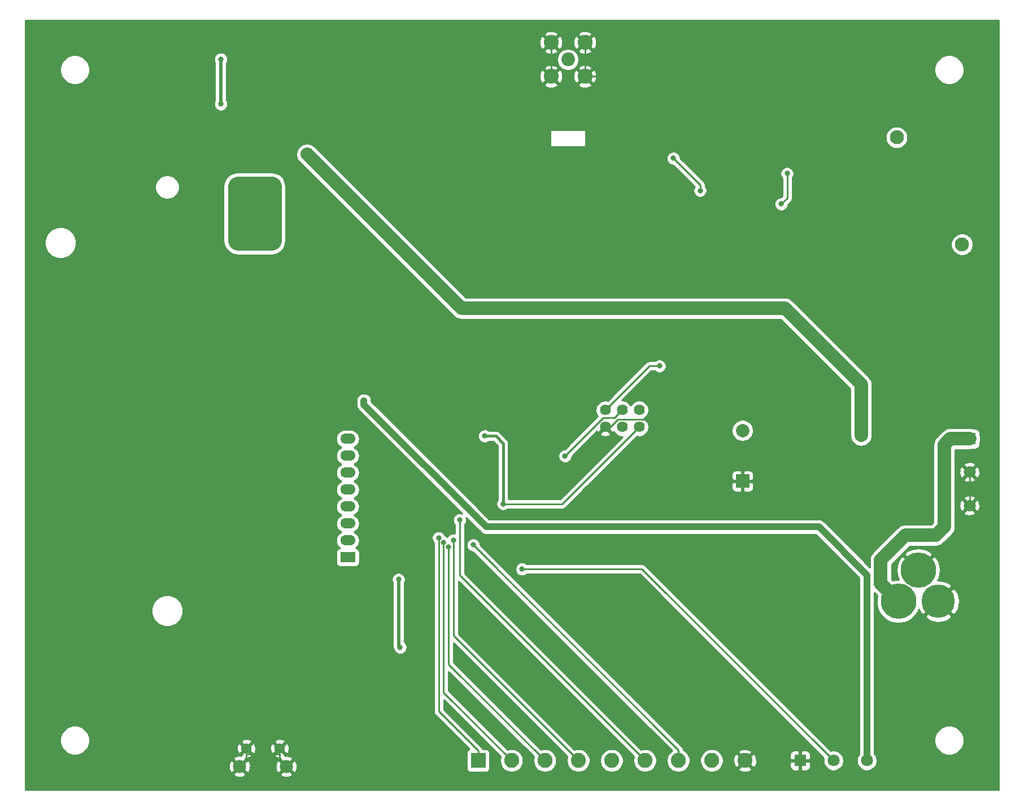
<source format=gbl>
G04 #@! TF.GenerationSoftware,KiCad,Pcbnew,(5.1.4)-1*
G04 #@! TF.CreationDate,2020-01-12T22:13:26+01:00*
G04 #@! TF.ProjectId,Project2.1,50726f6a-6563-4743-922e-312e6b696361,1.0*
G04 #@! TF.SameCoordinates,Original*
G04 #@! TF.FileFunction,Copper,L2,Bot*
G04 #@! TF.FilePolarity,Positive*
%FSLAX46Y46*%
G04 Gerber Fmt 4.6, Leading zero omitted, Abs format (unit mm)*
G04 Created by KiCad (PCBNEW (5.1.4)-1) date 2020-01-12 22:13:26*
%MOMM*%
%LPD*%
G04 APERTURE LIST*
%ADD10C,2.050000*%
%ADD11C,2.250000*%
%ADD12C,2.100000*%
%ADD13C,5.300000*%
%ADD14C,5.000000*%
%ADD15R,2.000000X2.000000*%
%ADD16C,2.000000*%
%ADD17C,1.625600*%
%ADD18R,2.250000X2.250000*%
%ADD19C,1.800000*%
%ADD20R,1.800000X1.800000*%
%ADD21R,2.286000X1.524000*%
%ADD22O,2.286000X1.524000*%
%ADD23C,1.582000*%
%ADD24C,1.980000*%
%ADD25C,1.000000*%
%ADD26C,0.800000*%
%ADD27C,1.000000*%
%ADD28C,0.250000*%
%ADD29C,0.381000*%
%ADD30C,0.508000*%
%ADD31C,2.000000*%
%ADD32C,3.000000*%
%ADD33C,0.254000*%
G04 APERTURE END LIST*
D10*
X140462000Y-43180000D03*
D11*
X143002000Y-45720000D03*
X143002000Y-40640000D03*
X137922000Y-40640000D03*
X137922000Y-45720000D03*
D12*
X199538000Y-70914000D03*
X189738000Y-54864000D03*
D13*
X189992000Y-124460000D03*
D14*
X195992000Y-124460000D03*
D13*
X192992000Y-119760000D03*
D15*
X166624000Y-106426000D03*
D16*
X166624000Y-98826000D03*
D17*
X148590000Y-95758000D03*
X148590000Y-98298000D03*
X151130000Y-98298000D03*
X151130000Y-95758000D03*
X146050000Y-95758000D03*
X146050000Y-98298000D03*
D18*
X127000000Y-148336000D03*
D11*
X132000000Y-148336000D03*
X137000000Y-148336000D03*
X142000000Y-148336000D03*
X147000000Y-148336000D03*
X152000000Y-148336000D03*
X157000000Y-148336000D03*
X162000000Y-148336000D03*
X167000000Y-148336000D03*
D19*
X185260000Y-148336000D03*
X180260000Y-148336000D03*
D20*
X175260000Y-148336000D03*
D21*
X107442000Y-117856000D03*
D22*
X107442000Y-115316000D03*
X107442000Y-112776000D03*
X107442000Y-110236000D03*
X107442000Y-107696000D03*
X107442000Y-105156000D03*
X107442000Y-102616000D03*
X107442000Y-100076000D03*
D23*
X92242000Y-146511000D03*
X97242000Y-146511000D03*
D24*
X91242000Y-149211000D03*
X98242000Y-149211000D03*
D20*
X200660000Y-100076000D03*
D19*
X200660000Y-105076000D03*
X200660000Y-110076000D03*
D25*
X111760000Y-85598000D03*
X86106000Y-85598000D03*
D26*
X127549000Y-41621200D03*
X163300000Y-56984600D03*
X122174000Y-93726000D03*
X129794000Y-93726000D03*
X72390000Y-71120000D03*
X72390000Y-76200000D03*
X72390000Y-81280000D03*
X72390000Y-86360000D03*
X72390000Y-91440000D03*
X72390000Y-96520000D03*
X72390000Y-101600000D03*
X72390000Y-106680000D03*
X72390000Y-111760000D03*
X72390000Y-116840000D03*
X72390000Y-121920000D03*
X72390000Y-127000000D03*
X72390000Y-132080000D03*
X92710000Y-140970000D03*
X92710000Y-135890000D03*
X92710000Y-130810000D03*
X87630000Y-130810000D03*
X87630000Y-135890000D03*
X87630000Y-140970000D03*
X147320000Y-127000000D03*
X147320000Y-133350000D03*
X153670000Y-127000000D03*
X153670000Y-133350000D03*
X172720000Y-127000000D03*
X179070000Y-127000000D03*
X179070000Y-133350000D03*
X172720000Y-133350000D03*
X201930000Y-133350000D03*
X201930000Y-138430000D03*
X195580000Y-138430000D03*
X189230000Y-138430000D03*
X189230000Y-133350000D03*
X201930000Y-93980000D03*
X196850000Y-93980000D03*
X191770000Y-93980000D03*
X191770000Y-88900000D03*
X196850000Y-88900000D03*
X201930000Y-88900000D03*
X181610000Y-62230000D03*
X186690000Y-62230000D03*
X181610000Y-67310000D03*
X186690000Y-67310000D03*
X181610000Y-57150000D03*
X186690000Y-57150000D03*
X132080000Y-44450000D03*
X137160000Y-49530000D03*
X143510000Y-48260000D03*
X145542000Y-39370000D03*
X132080000Y-39370000D03*
X99060000Y-46990000D03*
X113030000Y-46990000D03*
X123190000Y-44450000D03*
X120650000Y-53340000D03*
X114300000Y-53340000D03*
X107950000Y-53340000D03*
X101600000Y-53340000D03*
X86360000Y-53340000D03*
X86360000Y-60960000D03*
X105410000Y-69850000D03*
X91440000Y-73660000D03*
X97790000Y-73660000D03*
X83820000Y-45720000D03*
X76200000Y-41910000D03*
X76200000Y-49530000D03*
X152400000Y-39370000D03*
X152400000Y-44450000D03*
X158750000Y-44450000D03*
X165100000Y-44450000D03*
X171450000Y-44450000D03*
X177800000Y-44450000D03*
X184150000Y-44450000D03*
X121920000Y-86360000D03*
X129540000Y-86360000D03*
X124460000Y-96266000D03*
X107950000Y-96520000D03*
X104140000Y-96520000D03*
X111760000Y-118110000D03*
X115570000Y-118110000D03*
X101600000Y-119380000D03*
X101600000Y-91440000D03*
X129540000Y-77470000D03*
X121920000Y-81280000D03*
X125730000Y-74930000D03*
X129540000Y-71120000D03*
X140970000Y-77470000D03*
X140970000Y-72390000D03*
X113030000Y-81280000D03*
X113030000Y-77470000D03*
X144780000Y-58420000D03*
X149860000Y-58420000D03*
X149860000Y-66040000D03*
X144780000Y-66040000D03*
X140970000Y-63500000D03*
X120650000Y-102870000D03*
X128270000Y-102870000D03*
X128270000Y-107950000D03*
X120650000Y-110490000D03*
X179070000Y-110490000D03*
X179070000Y-105410000D03*
X179070000Y-100330000D03*
X179070000Y-95250000D03*
X179070000Y-90170000D03*
X158750000Y-93980000D03*
X165100000Y-93980000D03*
X171450000Y-93980000D03*
X180340000Y-77470000D03*
X180340000Y-77470000D03*
X186690000Y-77470000D03*
X193040000Y-77470000D03*
X199390000Y-77470000D03*
X120650000Y-149860000D03*
X120650000Y-146050000D03*
X120650000Y-142240000D03*
X81280000Y-147320000D03*
X81280000Y-140970000D03*
X101600000Y-124460000D03*
X106680000Y-124460000D03*
X111760000Y-124460000D03*
X143510000Y-91440000D03*
X147320000Y-86614000D03*
X167640000Y-68834000D03*
X162814000Y-68834000D03*
X155194000Y-71628000D03*
X149860000Y-71628000D03*
X100330000Y-62484000D03*
X156255000Y-57992900D03*
X160279000Y-62845500D03*
X130736000Y-109834000D03*
X127984300Y-99658100D03*
X115062000Y-121158000D03*
X115297000Y-131360000D03*
D25*
X109855000Y-94361000D03*
D26*
X154178000Y-89154000D03*
X172430000Y-64852400D03*
X173318000Y-60283100D03*
X88424000Y-43139000D03*
X88424000Y-49858200D03*
X140014000Y-102656000D03*
X121072000Y-114925000D03*
X121798000Y-115620000D03*
X122557000Y-116277000D03*
X123282000Y-115267000D03*
X124220000Y-112239000D03*
X126263000Y-115998000D03*
X133576000Y-119605000D03*
X90932000Y-62230000D03*
X96012000Y-70358000D03*
X90932000Y-70358000D03*
X93472000Y-68580000D03*
X93472000Y-70104000D03*
D16*
X184404000Y-99568000D03*
X101346000Y-57404000D03*
D26*
X93472000Y-66294000D03*
X93472000Y-65024000D03*
X93472000Y-63500000D03*
X93472000Y-62230000D03*
D27*
X111052894Y-85598000D02*
X86106000Y-85598000D01*
X111760000Y-85598000D02*
X111052894Y-85598000D01*
D28*
X166624000Y-106426000D02*
X165299000Y-106426000D01*
X165299000Y-106426000D02*
X156020000Y-97147000D01*
X156020000Y-97147000D02*
X147985000Y-97147000D01*
X147985000Y-97147000D02*
X146834000Y-98298000D01*
X146834000Y-98298000D02*
X146050000Y-98298000D01*
X143002000Y-40640000D02*
X143002000Y-45720000D01*
X137922000Y-41621200D02*
X137922000Y-40640000D01*
X97242000Y-147361000D02*
X97242000Y-146511000D01*
X98242000Y-149211000D02*
X97242000Y-148211000D01*
X97242000Y-148211000D02*
X97242000Y-147361000D01*
X92242000Y-147361000D02*
X92242000Y-146511000D01*
X91242000Y-149211000D02*
X92242000Y-148211000D01*
X92242000Y-148211000D02*
X92242000Y-147361000D01*
X97242000Y-147361000D02*
X92242000Y-147361000D01*
X200660000Y-110076000D02*
X200660000Y-105076000D01*
X152036000Y-45720000D02*
X163300000Y-56984600D01*
X137922000Y-45720000D02*
X137922000Y-41621200D01*
X143002000Y-45720000D02*
X152036000Y-45720000D01*
X137852400Y-40640000D02*
X137922000Y-40640000D01*
X127549000Y-41621200D02*
X136871200Y-41621200D01*
X136871200Y-41621200D02*
X137852400Y-40640000D01*
X156255000Y-57992900D02*
X160279000Y-62016900D01*
X160279000Y-62016900D02*
X160279000Y-62845500D01*
X130736000Y-109834000D02*
X139594000Y-109834000D01*
X139594000Y-109834000D02*
X151130000Y-98298000D01*
D29*
X127984300Y-99658100D02*
X129630100Y-99658100D01*
X130736000Y-100764000D02*
X130736000Y-109834000D01*
X129630100Y-99658100D02*
X130736000Y-100764000D01*
D30*
X115062000Y-131125000D02*
X115297000Y-131360000D01*
X115062000Y-121158000D02*
X115062000Y-131125000D01*
D27*
X109855000Y-94926685D02*
X128212315Y-113284000D01*
X109855000Y-94361000D02*
X109855000Y-94926685D01*
X128212315Y-113284000D02*
X178054000Y-113284000D01*
X185260000Y-120490000D02*
X185260000Y-148336000D01*
X178054000Y-113284000D02*
X185260000Y-120490000D01*
D28*
X152654000Y-89154000D02*
X146050000Y-95758000D01*
X154178000Y-89154000D02*
X152654000Y-89154000D01*
X172430000Y-64852400D02*
X173318000Y-63964700D01*
X173318000Y-63964700D02*
X173318000Y-60283100D01*
D31*
X187342001Y-121810001D02*
X189992000Y-124460000D01*
X187342001Y-118219999D02*
X187342001Y-121810001D01*
X191008000Y-114554000D02*
X187342001Y-118219999D01*
X191008000Y-114554000D02*
X195580000Y-114554000D01*
X195580000Y-114554000D02*
X196850000Y-113284000D01*
X197760000Y-100076000D02*
X200660000Y-100076000D01*
X196850000Y-100986000D02*
X197760000Y-100076000D01*
X196850000Y-113284000D02*
X196850000Y-100986000D01*
D30*
X88424000Y-43139000D02*
X88424000Y-49858200D01*
D28*
X148590000Y-95758000D02*
X147452000Y-96896400D01*
X147452000Y-96896400D02*
X145774000Y-96896400D01*
X145774000Y-96896400D02*
X140014000Y-102656000D01*
X127000000Y-148336000D02*
X127000000Y-146886000D01*
X127000000Y-146886000D02*
X121072000Y-140957000D01*
X121072000Y-140957000D02*
X121072000Y-114925000D01*
X132000000Y-148336000D02*
X121798000Y-138134000D01*
X121798000Y-138134000D02*
X121798000Y-115620000D01*
X137000000Y-148336000D02*
X122557000Y-133893000D01*
X122557000Y-133893000D02*
X122557000Y-116277000D01*
X142000000Y-148336000D02*
X123282000Y-129618000D01*
X123282000Y-129618000D02*
X123282000Y-115267000D01*
X124220000Y-112239000D02*
X124220000Y-120556000D01*
X124220000Y-120556000D02*
X152000000Y-148336000D01*
X157000000Y-148336000D02*
X157000000Y-146735000D01*
X157000000Y-146735000D02*
X126263000Y-115998000D01*
X180260000Y-148336000D02*
X151529000Y-119605000D01*
X151529000Y-119605000D02*
X133576000Y-119605000D01*
D31*
X184404000Y-99568000D02*
X184404000Y-91948000D01*
X184404000Y-91948000D02*
X172974000Y-80518000D01*
X124460000Y-80518000D02*
X101346000Y-57404000D01*
X172974000Y-80518000D02*
X124460000Y-80518000D01*
X94996000Y-61976000D02*
X95250000Y-62230000D01*
X93472000Y-65024000D02*
X93472000Y-63500000D01*
X93472000Y-61976000D02*
X94996000Y-61976000D01*
X93472000Y-63500000D02*
X93472000Y-62230000D01*
X93472000Y-62230000D02*
X93472000Y-61976000D01*
D32*
X90932000Y-70358000D02*
X90932000Y-62230000D01*
X90932000Y-70358000D02*
X96012000Y-70358000D01*
X96012000Y-70358000D02*
X96012000Y-62230000D01*
X96012000Y-62230000D02*
X90932000Y-62230000D01*
X93472000Y-62230000D02*
X93472000Y-70104000D01*
D33*
G36*
X205055000Y-152731000D02*
G01*
X59105000Y-152731000D01*
X59105000Y-150339282D01*
X90293323Y-150339282D01*
X90387880Y-150602661D01*
X90675791Y-150742551D01*
X90985462Y-150823584D01*
X91304990Y-150842646D01*
X91622099Y-150799006D01*
X91924600Y-150694339D01*
X92096120Y-150602661D01*
X92190677Y-150339282D01*
X97293323Y-150339282D01*
X97387880Y-150602661D01*
X97675791Y-150742551D01*
X97985462Y-150823584D01*
X98304990Y-150842646D01*
X98622099Y-150799006D01*
X98924600Y-150694339D01*
X99096120Y-150602661D01*
X99190677Y-150339282D01*
X98242000Y-149390605D01*
X97293323Y-150339282D01*
X92190677Y-150339282D01*
X91242000Y-149390605D01*
X90293323Y-150339282D01*
X59105000Y-150339282D01*
X59105000Y-149273990D01*
X89610354Y-149273990D01*
X89653994Y-149591099D01*
X89758661Y-149893600D01*
X89850339Y-150065120D01*
X90113718Y-150159677D01*
X91062395Y-149211000D01*
X91421605Y-149211000D01*
X92370282Y-150159677D01*
X92633661Y-150065120D01*
X92773551Y-149777209D01*
X92854584Y-149467538D01*
X92866130Y-149273990D01*
X96610354Y-149273990D01*
X96653994Y-149591099D01*
X96758661Y-149893600D01*
X96850339Y-150065120D01*
X97113718Y-150159677D01*
X98062395Y-149211000D01*
X98421605Y-149211000D01*
X99370282Y-150159677D01*
X99633661Y-150065120D01*
X99773551Y-149777209D01*
X99854584Y-149467538D01*
X99873646Y-149148010D01*
X99830006Y-148830901D01*
X99725339Y-148528400D01*
X99633661Y-148356880D01*
X99370282Y-148262323D01*
X98421605Y-149211000D01*
X98062395Y-149211000D01*
X97113718Y-148262323D01*
X96850339Y-148356880D01*
X96710449Y-148644791D01*
X96629416Y-148954462D01*
X96610354Y-149273990D01*
X92866130Y-149273990D01*
X92873646Y-149148010D01*
X92830006Y-148830901D01*
X92725339Y-148528400D01*
X92633661Y-148356880D01*
X92370282Y-148262323D01*
X91421605Y-149211000D01*
X91062395Y-149211000D01*
X90113718Y-148262323D01*
X89850339Y-148356880D01*
X89710449Y-148644791D01*
X89629416Y-148954462D01*
X89610354Y-149273990D01*
X59105000Y-149273990D01*
X59105000Y-148082718D01*
X90293323Y-148082718D01*
X91242000Y-149031395D01*
X92190677Y-148082718D01*
X92137135Y-147933582D01*
X92312867Y-147942147D01*
X92590708Y-147900823D01*
X92855149Y-147806088D01*
X92978178Y-147740327D01*
X93048671Y-147497276D01*
X96435329Y-147497276D01*
X96505822Y-147740327D01*
X96759797Y-147860327D01*
X97032303Y-147928473D01*
X97312867Y-147942147D01*
X97345534Y-147937288D01*
X97293323Y-148082718D01*
X98242000Y-149031395D01*
X99190677Y-148082718D01*
X99096120Y-147819339D01*
X98808209Y-147679449D01*
X98498538Y-147598416D01*
X98179010Y-147579354D01*
X98018457Y-147601449D01*
X98048671Y-147497276D01*
X97242000Y-146690605D01*
X96435329Y-147497276D01*
X93048671Y-147497276D01*
X92242000Y-146690605D01*
X91435329Y-147497276D01*
X91464067Y-147596360D01*
X91179010Y-147579354D01*
X90861901Y-147622994D01*
X90559400Y-147727661D01*
X90387880Y-147819339D01*
X90293323Y-148082718D01*
X59105000Y-148082718D01*
X59105000Y-145067872D01*
X64313000Y-145067872D01*
X64313000Y-145508128D01*
X64398890Y-145939925D01*
X64567369Y-146346669D01*
X64811962Y-146712729D01*
X65123271Y-147024038D01*
X65489331Y-147268631D01*
X65896075Y-147437110D01*
X66327872Y-147523000D01*
X66768128Y-147523000D01*
X67199925Y-147437110D01*
X67606669Y-147268631D01*
X67972729Y-147024038D01*
X68284038Y-146712729D01*
X68371477Y-146581867D01*
X90810853Y-146581867D01*
X90852177Y-146859708D01*
X90946912Y-147124149D01*
X91012673Y-147247178D01*
X91255724Y-147317671D01*
X92062395Y-146511000D01*
X92421605Y-146511000D01*
X93228276Y-147317671D01*
X93471327Y-147247178D01*
X93591327Y-146993203D01*
X93659473Y-146720697D01*
X93666239Y-146581867D01*
X95810853Y-146581867D01*
X95852177Y-146859708D01*
X95946912Y-147124149D01*
X96012673Y-147247178D01*
X96255724Y-147317671D01*
X97062395Y-146511000D01*
X97421605Y-146511000D01*
X98228276Y-147317671D01*
X98471327Y-147247178D01*
X98591327Y-146993203D01*
X98659473Y-146720697D01*
X98673147Y-146440133D01*
X98631823Y-146162292D01*
X98537088Y-145897851D01*
X98471327Y-145774822D01*
X98228276Y-145704329D01*
X97421605Y-146511000D01*
X97062395Y-146511000D01*
X96255724Y-145704329D01*
X96012673Y-145774822D01*
X95892673Y-146028797D01*
X95824527Y-146301303D01*
X95810853Y-146581867D01*
X93666239Y-146581867D01*
X93673147Y-146440133D01*
X93631823Y-146162292D01*
X93537088Y-145897851D01*
X93471327Y-145774822D01*
X93228276Y-145704329D01*
X92421605Y-146511000D01*
X92062395Y-146511000D01*
X91255724Y-145704329D01*
X91012673Y-145774822D01*
X90892673Y-146028797D01*
X90824527Y-146301303D01*
X90810853Y-146581867D01*
X68371477Y-146581867D01*
X68528631Y-146346669D01*
X68697110Y-145939925D01*
X68779698Y-145524724D01*
X91435329Y-145524724D01*
X92242000Y-146331395D01*
X93048671Y-145524724D01*
X96435329Y-145524724D01*
X97242000Y-146331395D01*
X98048671Y-145524724D01*
X97978178Y-145281673D01*
X97724203Y-145161673D01*
X97451697Y-145093527D01*
X97171133Y-145079853D01*
X96893292Y-145121177D01*
X96628851Y-145215912D01*
X96505822Y-145281673D01*
X96435329Y-145524724D01*
X93048671Y-145524724D01*
X92978178Y-145281673D01*
X92724203Y-145161673D01*
X92451697Y-145093527D01*
X92171133Y-145079853D01*
X91893292Y-145121177D01*
X91628851Y-145215912D01*
X91505822Y-145281673D01*
X91435329Y-145524724D01*
X68779698Y-145524724D01*
X68783000Y-145508128D01*
X68783000Y-145067872D01*
X68697110Y-144636075D01*
X68528631Y-144229331D01*
X68284038Y-143863271D01*
X67972729Y-143551962D01*
X67606669Y-143307369D01*
X67199925Y-143138890D01*
X66768128Y-143053000D01*
X66327872Y-143053000D01*
X65896075Y-143138890D01*
X65489331Y-143307369D01*
X65123271Y-143551962D01*
X64811962Y-143863271D01*
X64567369Y-144229331D01*
X64398890Y-144636075D01*
X64313000Y-145067872D01*
X59105000Y-145067872D01*
X59105000Y-125625560D01*
X78030000Y-125625560D01*
X78030000Y-126090440D01*
X78120694Y-126546387D01*
X78298595Y-126975879D01*
X78556868Y-127362412D01*
X78885588Y-127691132D01*
X79272121Y-127949405D01*
X79701613Y-128127306D01*
X80157560Y-128218000D01*
X80622440Y-128218000D01*
X81078387Y-128127306D01*
X81507879Y-127949405D01*
X81894412Y-127691132D01*
X82223132Y-127362412D01*
X82481405Y-126975879D01*
X82659306Y-126546387D01*
X82750000Y-126090440D01*
X82750000Y-125625560D01*
X82659306Y-125169613D01*
X82481405Y-124740121D01*
X82223132Y-124353588D01*
X81894412Y-124024868D01*
X81507879Y-123766595D01*
X81078387Y-123588694D01*
X80622440Y-123498000D01*
X80157560Y-123498000D01*
X79701613Y-123588694D01*
X79272121Y-123766595D01*
X78885588Y-124024868D01*
X78556868Y-124353588D01*
X78298595Y-124740121D01*
X78120694Y-125169613D01*
X78030000Y-125625560D01*
X59105000Y-125625560D01*
X59105000Y-121056061D01*
X114027000Y-121056061D01*
X114027000Y-121259939D01*
X114066774Y-121459898D01*
X114144795Y-121648256D01*
X114173000Y-121690468D01*
X114173001Y-131081330D01*
X114168700Y-131125000D01*
X114185864Y-131299274D01*
X114236698Y-131466852D01*
X114272736Y-131534274D01*
X114278553Y-131545155D01*
X114301774Y-131661898D01*
X114379795Y-131850256D01*
X114493063Y-132019774D01*
X114637226Y-132163937D01*
X114806744Y-132277205D01*
X114995102Y-132355226D01*
X115195061Y-132395000D01*
X115398939Y-132395000D01*
X115598898Y-132355226D01*
X115787256Y-132277205D01*
X115956774Y-132163937D01*
X116100937Y-132019774D01*
X116214205Y-131850256D01*
X116292226Y-131661898D01*
X116332000Y-131461939D01*
X116332000Y-131258061D01*
X116292226Y-131058102D01*
X116214205Y-130869744D01*
X116100937Y-130700226D01*
X115956774Y-130556063D01*
X115951000Y-130552205D01*
X115951000Y-121690468D01*
X115979205Y-121648256D01*
X116057226Y-121459898D01*
X116097000Y-121259939D01*
X116097000Y-121056061D01*
X116057226Y-120856102D01*
X115979205Y-120667744D01*
X115865937Y-120498226D01*
X115721774Y-120354063D01*
X115552256Y-120240795D01*
X115363898Y-120162774D01*
X115163939Y-120123000D01*
X114960061Y-120123000D01*
X114760102Y-120162774D01*
X114571744Y-120240795D01*
X114402226Y-120354063D01*
X114258063Y-120498226D01*
X114144795Y-120667744D01*
X114066774Y-120856102D01*
X114027000Y-121056061D01*
X59105000Y-121056061D01*
X59105000Y-100076000D01*
X105657241Y-100076000D01*
X105684214Y-100349860D01*
X105764096Y-100613195D01*
X105893817Y-100855887D01*
X106068392Y-101068608D01*
X106281113Y-101243183D01*
X106473471Y-101346000D01*
X106281113Y-101448817D01*
X106068392Y-101623392D01*
X105893817Y-101836113D01*
X105764096Y-102078805D01*
X105684214Y-102342140D01*
X105657241Y-102616000D01*
X105684214Y-102889860D01*
X105764096Y-103153195D01*
X105893817Y-103395887D01*
X106068392Y-103608608D01*
X106281113Y-103783183D01*
X106473471Y-103886000D01*
X106281113Y-103988817D01*
X106068392Y-104163392D01*
X105893817Y-104376113D01*
X105764096Y-104618805D01*
X105684214Y-104882140D01*
X105657241Y-105156000D01*
X105684214Y-105429860D01*
X105764096Y-105693195D01*
X105893817Y-105935887D01*
X106068392Y-106148608D01*
X106281113Y-106323183D01*
X106473471Y-106426000D01*
X106281113Y-106528817D01*
X106068392Y-106703392D01*
X105893817Y-106916113D01*
X105764096Y-107158805D01*
X105684214Y-107422140D01*
X105657241Y-107696000D01*
X105684214Y-107969860D01*
X105764096Y-108233195D01*
X105893817Y-108475887D01*
X106068392Y-108688608D01*
X106281113Y-108863183D01*
X106473471Y-108966000D01*
X106281113Y-109068817D01*
X106068392Y-109243392D01*
X105893817Y-109456113D01*
X105764096Y-109698805D01*
X105684214Y-109962140D01*
X105657241Y-110236000D01*
X105684214Y-110509860D01*
X105764096Y-110773195D01*
X105893817Y-111015887D01*
X106068392Y-111228608D01*
X106281113Y-111403183D01*
X106473471Y-111506000D01*
X106281113Y-111608817D01*
X106068392Y-111783392D01*
X105893817Y-111996113D01*
X105764096Y-112238805D01*
X105684214Y-112502140D01*
X105657241Y-112776000D01*
X105684214Y-113049860D01*
X105764096Y-113313195D01*
X105893817Y-113555887D01*
X106068392Y-113768608D01*
X106281113Y-113943183D01*
X106473471Y-114046000D01*
X106281113Y-114148817D01*
X106068392Y-114323392D01*
X105893817Y-114536113D01*
X105764096Y-114778805D01*
X105684214Y-115042140D01*
X105657241Y-115316000D01*
X105684214Y-115589860D01*
X105764096Y-115853195D01*
X105893817Y-116095887D01*
X106068392Y-116308608D01*
X106253378Y-116460421D01*
X106174518Y-116468188D01*
X106054820Y-116504498D01*
X105944506Y-116563463D01*
X105847815Y-116642815D01*
X105768463Y-116739506D01*
X105709498Y-116849820D01*
X105673188Y-116969518D01*
X105660928Y-117094000D01*
X105660928Y-118618000D01*
X105673188Y-118742482D01*
X105709498Y-118862180D01*
X105768463Y-118972494D01*
X105847815Y-119069185D01*
X105944506Y-119148537D01*
X106054820Y-119207502D01*
X106174518Y-119243812D01*
X106299000Y-119256072D01*
X108585000Y-119256072D01*
X108709482Y-119243812D01*
X108829180Y-119207502D01*
X108939494Y-119148537D01*
X109036185Y-119069185D01*
X109115537Y-118972494D01*
X109174502Y-118862180D01*
X109210812Y-118742482D01*
X109223072Y-118618000D01*
X109223072Y-117094000D01*
X109210812Y-116969518D01*
X109174502Y-116849820D01*
X109115537Y-116739506D01*
X109036185Y-116642815D01*
X108939494Y-116563463D01*
X108829180Y-116504498D01*
X108709482Y-116468188D01*
X108630622Y-116460421D01*
X108815608Y-116308608D01*
X108990183Y-116095887D01*
X109119904Y-115853195D01*
X109199786Y-115589860D01*
X109226759Y-115316000D01*
X109199786Y-115042140D01*
X109119904Y-114778805D01*
X108990183Y-114536113D01*
X108815608Y-114323392D01*
X108602887Y-114148817D01*
X108410529Y-114046000D01*
X108602887Y-113943183D01*
X108815608Y-113768608D01*
X108990183Y-113555887D01*
X109119904Y-113313195D01*
X109199786Y-113049860D01*
X109226759Y-112776000D01*
X109199786Y-112502140D01*
X109119904Y-112238805D01*
X108990183Y-111996113D01*
X108815608Y-111783392D01*
X108602887Y-111608817D01*
X108410529Y-111506000D01*
X108602887Y-111403183D01*
X108815608Y-111228608D01*
X108990183Y-111015887D01*
X109119904Y-110773195D01*
X109199786Y-110509860D01*
X109226759Y-110236000D01*
X109199786Y-109962140D01*
X109119904Y-109698805D01*
X108990183Y-109456113D01*
X108815608Y-109243392D01*
X108602887Y-109068817D01*
X108410529Y-108966000D01*
X108602887Y-108863183D01*
X108815608Y-108688608D01*
X108990183Y-108475887D01*
X109119904Y-108233195D01*
X109199786Y-107969860D01*
X109226759Y-107696000D01*
X109199786Y-107422140D01*
X109119904Y-107158805D01*
X108990183Y-106916113D01*
X108815608Y-106703392D01*
X108602887Y-106528817D01*
X108410529Y-106426000D01*
X108602887Y-106323183D01*
X108815608Y-106148608D01*
X108990183Y-105935887D01*
X109119904Y-105693195D01*
X109199786Y-105429860D01*
X109226759Y-105156000D01*
X109199786Y-104882140D01*
X109119904Y-104618805D01*
X108990183Y-104376113D01*
X108815608Y-104163392D01*
X108602887Y-103988817D01*
X108410529Y-103886000D01*
X108602887Y-103783183D01*
X108815608Y-103608608D01*
X108990183Y-103395887D01*
X109119904Y-103153195D01*
X109199786Y-102889860D01*
X109226759Y-102616000D01*
X109199786Y-102342140D01*
X109119904Y-102078805D01*
X108990183Y-101836113D01*
X108815608Y-101623392D01*
X108602887Y-101448817D01*
X108410529Y-101346000D01*
X108602887Y-101243183D01*
X108815608Y-101068608D01*
X108990183Y-100855887D01*
X109119904Y-100613195D01*
X109199786Y-100349860D01*
X109226759Y-100076000D01*
X109199786Y-99802140D01*
X109119904Y-99538805D01*
X108990183Y-99296113D01*
X108815608Y-99083392D01*
X108602887Y-98908817D01*
X108360195Y-98779096D01*
X108096860Y-98699214D01*
X107891625Y-98679000D01*
X106992375Y-98679000D01*
X106787140Y-98699214D01*
X106523805Y-98779096D01*
X106281113Y-98908817D01*
X106068392Y-99083392D01*
X105893817Y-99296113D01*
X105764096Y-99538805D01*
X105684214Y-99802140D01*
X105657241Y-100076000D01*
X59105000Y-100076000D01*
X59105000Y-94926685D01*
X108714509Y-94926685D01*
X108720000Y-94982436D01*
X108720000Y-94982437D01*
X108736423Y-95149184D01*
X108801324Y-95363132D01*
X108906717Y-95560308D01*
X109048552Y-95733134D01*
X109091860Y-95768676D01*
X124598819Y-111275636D01*
X124521898Y-111243774D01*
X124321939Y-111204000D01*
X124118061Y-111204000D01*
X123918102Y-111243774D01*
X123729744Y-111321795D01*
X123560226Y-111435063D01*
X123416063Y-111579226D01*
X123302795Y-111748744D01*
X123224774Y-111937102D01*
X123185000Y-112137061D01*
X123185000Y-112340939D01*
X123224774Y-112540898D01*
X123302795Y-112729256D01*
X123416063Y-112898774D01*
X123460000Y-112942711D01*
X123460000Y-114247129D01*
X123383939Y-114232000D01*
X123180061Y-114232000D01*
X122980102Y-114271774D01*
X122791744Y-114349795D01*
X122622226Y-114463063D01*
X122478063Y-114607226D01*
X122375331Y-114760976D01*
X122288256Y-114702795D01*
X122099898Y-114624774D01*
X122065047Y-114617842D01*
X121989205Y-114434744D01*
X121875937Y-114265226D01*
X121731774Y-114121063D01*
X121562256Y-114007795D01*
X121373898Y-113929774D01*
X121173939Y-113890000D01*
X120970061Y-113890000D01*
X120770102Y-113929774D01*
X120581744Y-114007795D01*
X120412226Y-114121063D01*
X120268063Y-114265226D01*
X120154795Y-114434744D01*
X120076774Y-114623102D01*
X120037000Y-114823061D01*
X120037000Y-115026939D01*
X120076774Y-115226898D01*
X120154795Y-115415256D01*
X120268063Y-115584774D01*
X120312001Y-115628712D01*
X120312000Y-140919644D01*
X120308324Y-140956936D01*
X120312000Y-140994292D01*
X120312000Y-140994332D01*
X120316463Y-141039642D01*
X120322985Y-141105922D01*
X120322994Y-141105950D01*
X120322997Y-141105985D01*
X120346364Y-141183017D01*
X120366430Y-141249187D01*
X120366444Y-141249213D01*
X120366454Y-141249246D01*
X120403861Y-141319229D01*
X120436991Y-141381222D01*
X120437010Y-141381245D01*
X120437026Y-141381275D01*
X120486231Y-141441232D01*
X120508158Y-141467955D01*
X120508179Y-141467976D01*
X120531999Y-141497001D01*
X120560975Y-141520781D01*
X125653847Y-146614513D01*
X125630820Y-146621498D01*
X125520506Y-146680463D01*
X125423815Y-146759815D01*
X125344463Y-146856506D01*
X125285498Y-146966820D01*
X125249188Y-147086518D01*
X125236928Y-147211000D01*
X125236928Y-149461000D01*
X125249188Y-149585482D01*
X125285498Y-149705180D01*
X125344463Y-149815494D01*
X125423815Y-149912185D01*
X125520506Y-149991537D01*
X125630820Y-150050502D01*
X125750518Y-150086812D01*
X125875000Y-150099072D01*
X128125000Y-150099072D01*
X128249482Y-150086812D01*
X128369180Y-150050502D01*
X128479494Y-149991537D01*
X128576185Y-149912185D01*
X128655537Y-149815494D01*
X128714502Y-149705180D01*
X128750812Y-149585482D01*
X128763072Y-149461000D01*
X128763072Y-147211000D01*
X128750812Y-147086518D01*
X128714502Y-146966820D01*
X128655537Y-146856506D01*
X128576185Y-146759815D01*
X128479494Y-146680463D01*
X128369180Y-146621498D01*
X128249482Y-146585188D01*
X128125000Y-146572928D01*
X127694415Y-146572928D01*
X127668139Y-146523770D01*
X127635009Y-146461777D01*
X127634990Y-146461754D01*
X127634974Y-146461724D01*
X127588116Y-146404627D01*
X127563842Y-146375044D01*
X127563817Y-146375019D01*
X127540001Y-146345999D01*
X127511030Y-146322223D01*
X121832000Y-140642236D01*
X121832000Y-139242801D01*
X130338152Y-147748954D01*
X130307636Y-147822627D01*
X130240000Y-148162655D01*
X130240000Y-148509345D01*
X130307636Y-148849373D01*
X130440308Y-149169673D01*
X130632919Y-149457935D01*
X130878065Y-149703081D01*
X131166327Y-149895692D01*
X131486627Y-150028364D01*
X131826655Y-150096000D01*
X132173345Y-150096000D01*
X132513373Y-150028364D01*
X132833673Y-149895692D01*
X133121935Y-149703081D01*
X133367081Y-149457935D01*
X133559692Y-149169673D01*
X133692364Y-148849373D01*
X133760000Y-148509345D01*
X133760000Y-148162655D01*
X133692364Y-147822627D01*
X133559692Y-147502327D01*
X133367081Y-147214065D01*
X133121935Y-146968919D01*
X132833673Y-146776308D01*
X132513373Y-146643636D01*
X132173345Y-146576000D01*
X131826655Y-146576000D01*
X131486627Y-146643636D01*
X131412954Y-146674152D01*
X122558000Y-137819199D01*
X122558000Y-134968801D01*
X135338152Y-147748955D01*
X135307636Y-147822627D01*
X135240000Y-148162655D01*
X135240000Y-148509345D01*
X135307636Y-148849373D01*
X135440308Y-149169673D01*
X135632919Y-149457935D01*
X135878065Y-149703081D01*
X136166327Y-149895692D01*
X136486627Y-150028364D01*
X136826655Y-150096000D01*
X137173345Y-150096000D01*
X137513373Y-150028364D01*
X137833673Y-149895692D01*
X138121935Y-149703081D01*
X138367081Y-149457935D01*
X138559692Y-149169673D01*
X138692364Y-148849373D01*
X138760000Y-148509345D01*
X138760000Y-148162655D01*
X138692364Y-147822627D01*
X138559692Y-147502327D01*
X138367081Y-147214065D01*
X138121935Y-146968919D01*
X137833673Y-146776308D01*
X137513373Y-146643636D01*
X137173345Y-146576000D01*
X136826655Y-146576000D01*
X136486627Y-146643636D01*
X136412955Y-146674152D01*
X123317000Y-133578199D01*
X123317000Y-130727801D01*
X140338152Y-147748955D01*
X140307636Y-147822627D01*
X140240000Y-148162655D01*
X140240000Y-148509345D01*
X140307636Y-148849373D01*
X140440308Y-149169673D01*
X140632919Y-149457935D01*
X140878065Y-149703081D01*
X141166327Y-149895692D01*
X141486627Y-150028364D01*
X141826655Y-150096000D01*
X142173345Y-150096000D01*
X142513373Y-150028364D01*
X142833673Y-149895692D01*
X143121935Y-149703081D01*
X143367081Y-149457935D01*
X143559692Y-149169673D01*
X143692364Y-148849373D01*
X143760000Y-148509345D01*
X143760000Y-148162655D01*
X145240000Y-148162655D01*
X145240000Y-148509345D01*
X145307636Y-148849373D01*
X145440308Y-149169673D01*
X145632919Y-149457935D01*
X145878065Y-149703081D01*
X146166327Y-149895692D01*
X146486627Y-150028364D01*
X146826655Y-150096000D01*
X147173345Y-150096000D01*
X147513373Y-150028364D01*
X147833673Y-149895692D01*
X148121935Y-149703081D01*
X148367081Y-149457935D01*
X148559692Y-149169673D01*
X148692364Y-148849373D01*
X148760000Y-148509345D01*
X148760000Y-148162655D01*
X148692364Y-147822627D01*
X148559692Y-147502327D01*
X148367081Y-147214065D01*
X148121935Y-146968919D01*
X147833673Y-146776308D01*
X147513373Y-146643636D01*
X147173345Y-146576000D01*
X146826655Y-146576000D01*
X146486627Y-146643636D01*
X146166327Y-146776308D01*
X145878065Y-146968919D01*
X145632919Y-147214065D01*
X145440308Y-147502327D01*
X145307636Y-147822627D01*
X145240000Y-148162655D01*
X143760000Y-148162655D01*
X143692364Y-147822627D01*
X143559692Y-147502327D01*
X143367081Y-147214065D01*
X143121935Y-146968919D01*
X142833673Y-146776308D01*
X142513373Y-146643636D01*
X142173345Y-146576000D01*
X141826655Y-146576000D01*
X141486627Y-146643636D01*
X141412955Y-146674152D01*
X124042000Y-129303199D01*
X124042000Y-121452801D01*
X150338152Y-147748954D01*
X150307636Y-147822627D01*
X150240000Y-148162655D01*
X150240000Y-148509345D01*
X150307636Y-148849373D01*
X150440308Y-149169673D01*
X150632919Y-149457935D01*
X150878065Y-149703081D01*
X151166327Y-149895692D01*
X151486627Y-150028364D01*
X151826655Y-150096000D01*
X152173345Y-150096000D01*
X152513373Y-150028364D01*
X152833673Y-149895692D01*
X153121935Y-149703081D01*
X153367081Y-149457935D01*
X153559692Y-149169673D01*
X153692364Y-148849373D01*
X153760000Y-148509345D01*
X153760000Y-148162655D01*
X153692364Y-147822627D01*
X153559692Y-147502327D01*
X153367081Y-147214065D01*
X153121935Y-146968919D01*
X152833673Y-146776308D01*
X152513373Y-146643636D01*
X152173345Y-146576000D01*
X151826655Y-146576000D01*
X151486627Y-146643636D01*
X151412954Y-146674152D01*
X124980000Y-120241199D01*
X124980000Y-115896061D01*
X125228000Y-115896061D01*
X125228000Y-116099939D01*
X125267774Y-116299898D01*
X125345795Y-116488256D01*
X125459063Y-116657774D01*
X125603226Y-116801937D01*
X125772744Y-116915205D01*
X125961102Y-116993226D01*
X126161061Y-117033000D01*
X126223199Y-117033000D01*
X156046543Y-146856345D01*
X155878065Y-146968919D01*
X155632919Y-147214065D01*
X155440308Y-147502327D01*
X155307636Y-147822627D01*
X155240000Y-148162655D01*
X155240000Y-148509345D01*
X155307636Y-148849373D01*
X155440308Y-149169673D01*
X155632919Y-149457935D01*
X155878065Y-149703081D01*
X156166327Y-149895692D01*
X156486627Y-150028364D01*
X156826655Y-150096000D01*
X157173345Y-150096000D01*
X157513373Y-150028364D01*
X157833673Y-149895692D01*
X158121935Y-149703081D01*
X158367081Y-149457935D01*
X158559692Y-149169673D01*
X158692364Y-148849373D01*
X158760000Y-148509345D01*
X158760000Y-148162655D01*
X160240000Y-148162655D01*
X160240000Y-148509345D01*
X160307636Y-148849373D01*
X160440308Y-149169673D01*
X160632919Y-149457935D01*
X160878065Y-149703081D01*
X161166327Y-149895692D01*
X161486627Y-150028364D01*
X161826655Y-150096000D01*
X162173345Y-150096000D01*
X162513373Y-150028364D01*
X162833673Y-149895692D01*
X163121935Y-149703081D01*
X163264485Y-149560531D01*
X165955074Y-149560531D01*
X166065921Y-149837714D01*
X166376840Y-149991089D01*
X166711705Y-150080860D01*
X167057650Y-150103576D01*
X167401380Y-150058366D01*
X167729685Y-149946966D01*
X167934079Y-149837714D01*
X168044926Y-149560531D01*
X167000000Y-148515605D01*
X165955074Y-149560531D01*
X163264485Y-149560531D01*
X163367081Y-149457935D01*
X163559692Y-149169673D01*
X163692364Y-148849373D01*
X163760000Y-148509345D01*
X163760000Y-148393650D01*
X165232424Y-148393650D01*
X165277634Y-148737380D01*
X165389034Y-149065685D01*
X165498286Y-149270079D01*
X165775469Y-149380926D01*
X166820395Y-148336000D01*
X167179605Y-148336000D01*
X168224531Y-149380926D01*
X168501714Y-149270079D01*
X168518525Y-149236000D01*
X173721928Y-149236000D01*
X173734188Y-149360482D01*
X173770498Y-149480180D01*
X173829463Y-149590494D01*
X173908815Y-149687185D01*
X174005506Y-149766537D01*
X174115820Y-149825502D01*
X174235518Y-149861812D01*
X174360000Y-149874072D01*
X174974250Y-149871000D01*
X175133000Y-149712250D01*
X175133000Y-148463000D01*
X175387000Y-148463000D01*
X175387000Y-149712250D01*
X175545750Y-149871000D01*
X176160000Y-149874072D01*
X176284482Y-149861812D01*
X176404180Y-149825502D01*
X176514494Y-149766537D01*
X176611185Y-149687185D01*
X176690537Y-149590494D01*
X176749502Y-149480180D01*
X176785812Y-149360482D01*
X176798072Y-149236000D01*
X176795000Y-148621750D01*
X176636250Y-148463000D01*
X175387000Y-148463000D01*
X175133000Y-148463000D01*
X173883750Y-148463000D01*
X173725000Y-148621750D01*
X173721928Y-149236000D01*
X168518525Y-149236000D01*
X168655089Y-148959160D01*
X168744860Y-148624295D01*
X168767576Y-148278350D01*
X168722366Y-147934620D01*
X168610966Y-147606315D01*
X168519930Y-147436000D01*
X173721928Y-147436000D01*
X173725000Y-148050250D01*
X173883750Y-148209000D01*
X175133000Y-148209000D01*
X175133000Y-146959750D01*
X175387000Y-146959750D01*
X175387000Y-148209000D01*
X176636250Y-148209000D01*
X176795000Y-148050250D01*
X176798072Y-147436000D01*
X176785812Y-147311518D01*
X176749502Y-147191820D01*
X176690537Y-147081506D01*
X176611185Y-146984815D01*
X176514494Y-146905463D01*
X176404180Y-146846498D01*
X176284482Y-146810188D01*
X176160000Y-146797928D01*
X175545750Y-146801000D01*
X175387000Y-146959750D01*
X175133000Y-146959750D01*
X174974250Y-146801000D01*
X174360000Y-146797928D01*
X174235518Y-146810188D01*
X174115820Y-146846498D01*
X174005506Y-146905463D01*
X173908815Y-146984815D01*
X173829463Y-147081506D01*
X173770498Y-147191820D01*
X173734188Y-147311518D01*
X173721928Y-147436000D01*
X168519930Y-147436000D01*
X168501714Y-147401921D01*
X168224531Y-147291074D01*
X167179605Y-148336000D01*
X166820395Y-148336000D01*
X165775469Y-147291074D01*
X165498286Y-147401921D01*
X165344911Y-147712840D01*
X165255140Y-148047705D01*
X165232424Y-148393650D01*
X163760000Y-148393650D01*
X163760000Y-148162655D01*
X163692364Y-147822627D01*
X163559692Y-147502327D01*
X163367081Y-147214065D01*
X163264485Y-147111469D01*
X165955074Y-147111469D01*
X167000000Y-148156395D01*
X168044926Y-147111469D01*
X167934079Y-146834286D01*
X167623160Y-146680911D01*
X167288295Y-146591140D01*
X166942350Y-146568424D01*
X166598620Y-146613634D01*
X166270315Y-146725034D01*
X166065921Y-146834286D01*
X165955074Y-147111469D01*
X163264485Y-147111469D01*
X163121935Y-146968919D01*
X162833673Y-146776308D01*
X162513373Y-146643636D01*
X162173345Y-146576000D01*
X161826655Y-146576000D01*
X161486627Y-146643636D01*
X161166327Y-146776308D01*
X160878065Y-146968919D01*
X160632919Y-147214065D01*
X160440308Y-147502327D01*
X160307636Y-147822627D01*
X160240000Y-148162655D01*
X158760000Y-148162655D01*
X158692364Y-147822627D01*
X158559692Y-147502327D01*
X158367081Y-147214065D01*
X158121935Y-146968919D01*
X157833673Y-146776308D01*
X157762511Y-146746832D01*
X157763676Y-146734999D01*
X157760000Y-146697676D01*
X157760000Y-146697667D01*
X157749003Y-146586014D01*
X157705546Y-146442753D01*
X157634974Y-146310724D01*
X157540001Y-146194999D01*
X157511003Y-146171201D01*
X130842863Y-119503061D01*
X132541000Y-119503061D01*
X132541000Y-119706939D01*
X132580774Y-119906898D01*
X132658795Y-120095256D01*
X132772063Y-120264774D01*
X132916226Y-120408937D01*
X133085744Y-120522205D01*
X133274102Y-120600226D01*
X133474061Y-120640000D01*
X133677939Y-120640000D01*
X133877898Y-120600226D01*
X134066256Y-120522205D01*
X134235774Y-120408937D01*
X134279711Y-120365000D01*
X151214199Y-120365000D01*
X178776269Y-147927071D01*
X178725000Y-148184816D01*
X178725000Y-148487184D01*
X178783989Y-148783743D01*
X178899701Y-149063095D01*
X179067688Y-149314505D01*
X179281495Y-149528312D01*
X179532905Y-149696299D01*
X179812257Y-149812011D01*
X180108816Y-149871000D01*
X180411184Y-149871000D01*
X180707743Y-149812011D01*
X180987095Y-149696299D01*
X181238505Y-149528312D01*
X181452312Y-149314505D01*
X181620299Y-149063095D01*
X181736011Y-148783743D01*
X181795000Y-148487184D01*
X181795000Y-148184816D01*
X181736011Y-147888257D01*
X181620299Y-147608905D01*
X181452312Y-147357495D01*
X181238505Y-147143688D01*
X180987095Y-146975701D01*
X180707743Y-146859989D01*
X180411184Y-146801000D01*
X180108816Y-146801000D01*
X179851071Y-146852269D01*
X152092804Y-119094003D01*
X152069001Y-119064999D01*
X151953276Y-118970026D01*
X151821247Y-118899454D01*
X151677986Y-118855997D01*
X151566333Y-118845000D01*
X151566322Y-118845000D01*
X151529000Y-118841324D01*
X151491678Y-118845000D01*
X134279711Y-118845000D01*
X134235774Y-118801063D01*
X134066256Y-118687795D01*
X133877898Y-118609774D01*
X133677939Y-118570000D01*
X133474061Y-118570000D01*
X133274102Y-118609774D01*
X133085744Y-118687795D01*
X132916226Y-118801063D01*
X132772063Y-118945226D01*
X132658795Y-119114744D01*
X132580774Y-119303102D01*
X132541000Y-119503061D01*
X130842863Y-119503061D01*
X127298000Y-115958199D01*
X127298000Y-115896061D01*
X127258226Y-115696102D01*
X127180205Y-115507744D01*
X127066937Y-115338226D01*
X126922774Y-115194063D01*
X126753256Y-115080795D01*
X126564898Y-115002774D01*
X126364939Y-114963000D01*
X126161061Y-114963000D01*
X125961102Y-115002774D01*
X125772744Y-115080795D01*
X125603226Y-115194063D01*
X125459063Y-115338226D01*
X125345795Y-115507744D01*
X125267774Y-115696102D01*
X125228000Y-115896061D01*
X124980000Y-115896061D01*
X124980000Y-112942711D01*
X125023937Y-112898774D01*
X125137205Y-112729256D01*
X125215226Y-112540898D01*
X125255000Y-112340939D01*
X125255000Y-112137061D01*
X125215226Y-111937102D01*
X125183364Y-111860181D01*
X127370324Y-114047141D01*
X127405866Y-114090449D01*
X127563059Y-114219454D01*
X127578692Y-114232284D01*
X127775868Y-114337676D01*
X127989816Y-114402577D01*
X128212315Y-114424491D01*
X128268067Y-114419000D01*
X177583869Y-114419000D01*
X184125000Y-120960132D01*
X184125001Y-147300182D01*
X184067688Y-147357495D01*
X183899701Y-147608905D01*
X183783989Y-147888257D01*
X183725000Y-148184816D01*
X183725000Y-148487184D01*
X183783989Y-148783743D01*
X183899701Y-149063095D01*
X184067688Y-149314505D01*
X184281495Y-149528312D01*
X184532905Y-149696299D01*
X184812257Y-149812011D01*
X185108816Y-149871000D01*
X185411184Y-149871000D01*
X185707743Y-149812011D01*
X185987095Y-149696299D01*
X186238505Y-149528312D01*
X186452312Y-149314505D01*
X186620299Y-149063095D01*
X186736011Y-148783743D01*
X186795000Y-148487184D01*
X186795000Y-148184816D01*
X186736011Y-147888257D01*
X186620299Y-147608905D01*
X186452312Y-147357495D01*
X186395000Y-147300183D01*
X186395000Y-145067872D01*
X195377000Y-145067872D01*
X195377000Y-145508128D01*
X195462890Y-145939925D01*
X195631369Y-146346669D01*
X195875962Y-146712729D01*
X196187271Y-147024038D01*
X196553331Y-147268631D01*
X196960075Y-147437110D01*
X197391872Y-147523000D01*
X197832128Y-147523000D01*
X198263925Y-147437110D01*
X198670669Y-147268631D01*
X199036729Y-147024038D01*
X199348038Y-146712729D01*
X199592631Y-146346669D01*
X199761110Y-145939925D01*
X199847000Y-145508128D01*
X199847000Y-145067872D01*
X199761110Y-144636075D01*
X199592631Y-144229331D01*
X199348038Y-143863271D01*
X199036729Y-143551962D01*
X198670669Y-143307369D01*
X198263925Y-143138890D01*
X197832128Y-143053000D01*
X197391872Y-143053000D01*
X196960075Y-143138890D01*
X196553331Y-143307369D01*
X196187271Y-143551962D01*
X195875962Y-143863271D01*
X195631369Y-144229331D01*
X195462890Y-144636075D01*
X195377000Y-145067872D01*
X186395000Y-145067872D01*
X186395000Y-123175238D01*
X186814712Y-123594950D01*
X186707000Y-124136456D01*
X186707000Y-124783544D01*
X186833240Y-125418199D01*
X187080871Y-126016031D01*
X187440374Y-126554066D01*
X187897934Y-127011626D01*
X188435969Y-127371129D01*
X189033801Y-127618760D01*
X189668456Y-127745000D01*
X190315544Y-127745000D01*
X190950199Y-127618760D01*
X191548031Y-127371129D01*
X192086066Y-127011626D01*
X192434544Y-126663148D01*
X193968457Y-126663148D01*
X194244627Y-127081118D01*
X194789557Y-127371649D01*
X195380696Y-127550287D01*
X195995328Y-127610168D01*
X196609831Y-127548990D01*
X197200592Y-127369103D01*
X197739373Y-127081118D01*
X198015543Y-126663148D01*
X195992000Y-124639605D01*
X193968457Y-126663148D01*
X192434544Y-126663148D01*
X192543626Y-126554066D01*
X192903129Y-126016031D01*
X193067707Y-125618706D01*
X193082897Y-125668592D01*
X193370882Y-126207373D01*
X193788852Y-126483543D01*
X195812395Y-124460000D01*
X196171605Y-124460000D01*
X198195148Y-126483543D01*
X198613118Y-126207373D01*
X198903649Y-125662443D01*
X199082287Y-125071304D01*
X199142168Y-124456672D01*
X199080990Y-123842169D01*
X198901103Y-123251408D01*
X198613118Y-122712627D01*
X198195148Y-122436457D01*
X196171605Y-124460000D01*
X195812395Y-124460000D01*
X195798253Y-124445858D01*
X195977858Y-124266253D01*
X195992000Y-124280395D01*
X198015543Y-122256852D01*
X197739373Y-121838882D01*
X197194443Y-121548351D01*
X196603304Y-121369713D01*
X195988672Y-121309832D01*
X195882774Y-121320375D01*
X196040636Y-121025594D01*
X196228962Y-120406516D01*
X196292894Y-119762593D01*
X196229973Y-119118571D01*
X196042621Y-118499198D01*
X195738034Y-117928278D01*
X195735151Y-117923965D01*
X195301819Y-117629786D01*
X193171605Y-119760000D01*
X193185748Y-119774143D01*
X193006143Y-119953748D01*
X192992000Y-119939605D01*
X192977858Y-119953748D01*
X192798253Y-119774143D01*
X192812395Y-119760000D01*
X190682181Y-117629786D01*
X190248849Y-117923965D01*
X189943364Y-118494406D01*
X189755038Y-119113484D01*
X189691106Y-119757407D01*
X189754027Y-120401429D01*
X189941379Y-121020802D01*
X190023644Y-121175000D01*
X189668456Y-121175000D01*
X189126950Y-121282712D01*
X188977001Y-121132763D01*
X188977001Y-118897237D01*
X190424058Y-117450181D01*
X190861786Y-117450181D01*
X192992000Y-119580395D01*
X195122214Y-117450181D01*
X194828035Y-117016849D01*
X194257594Y-116711364D01*
X193638516Y-116523038D01*
X192994593Y-116459106D01*
X192350571Y-116522027D01*
X191731198Y-116709379D01*
X191160278Y-117013966D01*
X191155965Y-117016849D01*
X190861786Y-117450181D01*
X190424058Y-117450181D01*
X191685240Y-116189000D01*
X195499681Y-116189000D01*
X195580000Y-116196911D01*
X195660319Y-116189000D01*
X195660322Y-116189000D01*
X195900516Y-116165343D01*
X196208715Y-116071852D01*
X196492752Y-115920031D01*
X196741714Y-115715714D01*
X196792924Y-115653314D01*
X197949319Y-114496919D01*
X198011714Y-114445714D01*
X198216031Y-114196752D01*
X198367852Y-113912715D01*
X198461343Y-113604516D01*
X198485000Y-113364322D01*
X198485000Y-113364320D01*
X198492911Y-113284001D01*
X198485000Y-113203681D01*
X198485000Y-111140080D01*
X199775525Y-111140080D01*
X199859208Y-111394261D01*
X200131775Y-111525158D01*
X200424642Y-111600365D01*
X200726553Y-111616991D01*
X201025907Y-111574397D01*
X201311199Y-111474222D01*
X201460792Y-111394261D01*
X201544475Y-111140080D01*
X200660000Y-110255605D01*
X199775525Y-111140080D01*
X198485000Y-111140080D01*
X198485000Y-110142553D01*
X199119009Y-110142553D01*
X199161603Y-110441907D01*
X199261778Y-110727199D01*
X199341739Y-110876792D01*
X199595920Y-110960475D01*
X200480395Y-110076000D01*
X200839605Y-110076000D01*
X201724080Y-110960475D01*
X201978261Y-110876792D01*
X202109158Y-110604225D01*
X202184365Y-110311358D01*
X202200991Y-110009447D01*
X202158397Y-109710093D01*
X202058222Y-109424801D01*
X201978261Y-109275208D01*
X201724080Y-109191525D01*
X200839605Y-110076000D01*
X200480395Y-110076000D01*
X199595920Y-109191525D01*
X199341739Y-109275208D01*
X199210842Y-109547775D01*
X199135635Y-109840642D01*
X199119009Y-110142553D01*
X198485000Y-110142553D01*
X198485000Y-109011920D01*
X199775525Y-109011920D01*
X200660000Y-109896395D01*
X201544475Y-109011920D01*
X201460792Y-108757739D01*
X201188225Y-108626842D01*
X200895358Y-108551635D01*
X200593447Y-108535009D01*
X200294093Y-108577603D01*
X200008801Y-108677778D01*
X199859208Y-108757739D01*
X199775525Y-109011920D01*
X198485000Y-109011920D01*
X198485000Y-106140080D01*
X199775525Y-106140080D01*
X199859208Y-106394261D01*
X200131775Y-106525158D01*
X200424642Y-106600365D01*
X200726553Y-106616991D01*
X201025907Y-106574397D01*
X201311199Y-106474222D01*
X201460792Y-106394261D01*
X201544475Y-106140080D01*
X200660000Y-105255605D01*
X199775525Y-106140080D01*
X198485000Y-106140080D01*
X198485000Y-105142553D01*
X199119009Y-105142553D01*
X199161603Y-105441907D01*
X199261778Y-105727199D01*
X199341739Y-105876792D01*
X199595920Y-105960475D01*
X200480395Y-105076000D01*
X200839605Y-105076000D01*
X201724080Y-105960475D01*
X201978261Y-105876792D01*
X202109158Y-105604225D01*
X202184365Y-105311358D01*
X202200991Y-105009447D01*
X202158397Y-104710093D01*
X202058222Y-104424801D01*
X201978261Y-104275208D01*
X201724080Y-104191525D01*
X200839605Y-105076000D01*
X200480395Y-105076000D01*
X199595920Y-104191525D01*
X199341739Y-104275208D01*
X199210842Y-104547775D01*
X199135635Y-104840642D01*
X199119009Y-105142553D01*
X198485000Y-105142553D01*
X198485000Y-104011920D01*
X199775525Y-104011920D01*
X200660000Y-104896395D01*
X201544475Y-104011920D01*
X201460792Y-103757739D01*
X201188225Y-103626842D01*
X200895358Y-103551635D01*
X200593447Y-103535009D01*
X200294093Y-103577603D01*
X200008801Y-103677778D01*
X199859208Y-103757739D01*
X199775525Y-104011920D01*
X198485000Y-104011920D01*
X198485000Y-101711000D01*
X200740322Y-101711000D01*
X200980516Y-101687343D01*
X201222058Y-101614072D01*
X201560000Y-101614072D01*
X201684482Y-101601812D01*
X201804180Y-101565502D01*
X201914494Y-101506537D01*
X202011185Y-101427185D01*
X202090537Y-101330494D01*
X202149502Y-101220180D01*
X202185812Y-101100482D01*
X202198072Y-100976000D01*
X202198072Y-100638058D01*
X202271343Y-100396516D01*
X202302911Y-100076000D01*
X202271343Y-99755484D01*
X202198072Y-99513942D01*
X202198072Y-99176000D01*
X202185812Y-99051518D01*
X202149502Y-98931820D01*
X202090537Y-98821506D01*
X202011185Y-98724815D01*
X201914494Y-98645463D01*
X201804180Y-98586498D01*
X201684482Y-98550188D01*
X201560000Y-98537928D01*
X201222058Y-98537928D01*
X200980516Y-98464657D01*
X200740322Y-98441000D01*
X197840319Y-98441000D01*
X197759999Y-98433089D01*
X197679680Y-98441000D01*
X197679678Y-98441000D01*
X197439484Y-98464657D01*
X197131285Y-98558148D01*
X196847248Y-98709969D01*
X196598286Y-98914286D01*
X196547075Y-98976687D01*
X195750682Y-99773080D01*
X195688287Y-99824286D01*
X195546014Y-99997647D01*
X195483970Y-100073248D01*
X195332148Y-100357286D01*
X195238658Y-100665484D01*
X195207089Y-100986000D01*
X195215001Y-101066329D01*
X195215000Y-112606761D01*
X194902762Y-112919000D01*
X191088330Y-112919000D01*
X191008000Y-112911088D01*
X190687483Y-112942657D01*
X190618826Y-112963484D01*
X190379285Y-113036148D01*
X190095248Y-113187969D01*
X189846286Y-113392286D01*
X189795084Y-113454676D01*
X186242687Y-117007074D01*
X186180287Y-117058285D01*
X185975970Y-117307248D01*
X185824149Y-117591285D01*
X185730658Y-117899484D01*
X185707001Y-118139677D01*
X185699090Y-118219999D01*
X185707001Y-118300319D01*
X185707001Y-119331869D01*
X178895996Y-112520865D01*
X178860449Y-112477551D01*
X178687623Y-112335716D01*
X178490447Y-112230324D01*
X178276499Y-112165423D01*
X178109752Y-112149000D01*
X178109751Y-112149000D01*
X178054000Y-112143509D01*
X177998249Y-112149000D01*
X128682447Y-112149000D01*
X116089608Y-99556161D01*
X126949300Y-99556161D01*
X126949300Y-99760039D01*
X126989074Y-99959998D01*
X127067095Y-100148356D01*
X127180363Y-100317874D01*
X127324526Y-100462037D01*
X127494044Y-100575305D01*
X127682402Y-100653326D01*
X127882361Y-100693100D01*
X128086239Y-100693100D01*
X128286198Y-100653326D01*
X128474556Y-100575305D01*
X128611803Y-100483600D01*
X129288168Y-100483600D01*
X129910500Y-101105934D01*
X129910501Y-109206496D01*
X129818795Y-109343744D01*
X129740774Y-109532102D01*
X129701000Y-109732061D01*
X129701000Y-109935939D01*
X129740774Y-110135898D01*
X129818795Y-110324256D01*
X129932063Y-110493774D01*
X130076226Y-110637937D01*
X130245744Y-110751205D01*
X130434102Y-110829226D01*
X130634061Y-110869000D01*
X130837939Y-110869000D01*
X131037898Y-110829226D01*
X131226256Y-110751205D01*
X131395774Y-110637937D01*
X131439711Y-110594000D01*
X139556678Y-110594000D01*
X139594000Y-110597676D01*
X139631322Y-110594000D01*
X139631333Y-110594000D01*
X139742986Y-110583003D01*
X139886247Y-110539546D01*
X140018276Y-110468974D01*
X140134001Y-110374001D01*
X140157804Y-110344997D01*
X143076801Y-107426000D01*
X164985928Y-107426000D01*
X164998188Y-107550482D01*
X165034498Y-107670180D01*
X165093463Y-107780494D01*
X165172815Y-107877185D01*
X165269506Y-107956537D01*
X165379820Y-108015502D01*
X165499518Y-108051812D01*
X165624000Y-108064072D01*
X166338250Y-108061000D01*
X166497000Y-107902250D01*
X166497000Y-106553000D01*
X166751000Y-106553000D01*
X166751000Y-107902250D01*
X166909750Y-108061000D01*
X167624000Y-108064072D01*
X167748482Y-108051812D01*
X167868180Y-108015502D01*
X167978494Y-107956537D01*
X168075185Y-107877185D01*
X168154537Y-107780494D01*
X168213502Y-107670180D01*
X168249812Y-107550482D01*
X168262072Y-107426000D01*
X168259000Y-106711750D01*
X168100250Y-106553000D01*
X166751000Y-106553000D01*
X166497000Y-106553000D01*
X165147750Y-106553000D01*
X164989000Y-106711750D01*
X164985928Y-107426000D01*
X143076801Y-107426000D01*
X145076801Y-105426000D01*
X164985928Y-105426000D01*
X164989000Y-106140250D01*
X165147750Y-106299000D01*
X166497000Y-106299000D01*
X166497000Y-104949750D01*
X166751000Y-104949750D01*
X166751000Y-106299000D01*
X168100250Y-106299000D01*
X168259000Y-106140250D01*
X168262072Y-105426000D01*
X168249812Y-105301518D01*
X168213502Y-105181820D01*
X168154537Y-105071506D01*
X168075185Y-104974815D01*
X167978494Y-104895463D01*
X167868180Y-104836498D01*
X167748482Y-104800188D01*
X167624000Y-104787928D01*
X166909750Y-104791000D01*
X166751000Y-104949750D01*
X166497000Y-104949750D01*
X166338250Y-104791000D01*
X165624000Y-104787928D01*
X165499518Y-104800188D01*
X165379820Y-104836498D01*
X165269506Y-104895463D01*
X165172815Y-104974815D01*
X165093463Y-105071506D01*
X165034498Y-105181820D01*
X164998188Y-105301518D01*
X164985928Y-105426000D01*
X145076801Y-105426000D01*
X150795228Y-99707574D01*
X150987404Y-99745800D01*
X151272596Y-99745800D01*
X151552308Y-99690162D01*
X151815790Y-99581023D01*
X152052919Y-99422579D01*
X152254579Y-99220919D01*
X152413023Y-98983790D01*
X152522162Y-98720308D01*
X152533169Y-98664967D01*
X164989000Y-98664967D01*
X164989000Y-98987033D01*
X165051832Y-99302912D01*
X165175082Y-99600463D01*
X165354013Y-99868252D01*
X165581748Y-100095987D01*
X165849537Y-100274918D01*
X166147088Y-100398168D01*
X166462967Y-100461000D01*
X166785033Y-100461000D01*
X167100912Y-100398168D01*
X167398463Y-100274918D01*
X167666252Y-100095987D01*
X167893987Y-99868252D01*
X168072918Y-99600463D01*
X168196168Y-99302912D01*
X168259000Y-98987033D01*
X168259000Y-98664967D01*
X168196168Y-98349088D01*
X168072918Y-98051537D01*
X167893987Y-97783748D01*
X167666252Y-97556013D01*
X167398463Y-97377082D01*
X167100912Y-97253832D01*
X166785033Y-97191000D01*
X166462967Y-97191000D01*
X166147088Y-97253832D01*
X165849537Y-97377082D01*
X165581748Y-97556013D01*
X165354013Y-97783748D01*
X165175082Y-98051537D01*
X165051832Y-98349088D01*
X164989000Y-98664967D01*
X152533169Y-98664967D01*
X152577800Y-98440596D01*
X152577800Y-98155404D01*
X152522162Y-97875692D01*
X152413023Y-97612210D01*
X152254579Y-97375081D01*
X152052919Y-97173421D01*
X151835280Y-97028000D01*
X152052919Y-96882579D01*
X152254579Y-96680919D01*
X152413023Y-96443790D01*
X152522162Y-96180308D01*
X152577800Y-95900596D01*
X152577800Y-95615404D01*
X152522162Y-95335692D01*
X152413023Y-95072210D01*
X152254579Y-94835081D01*
X152052919Y-94633421D01*
X151815790Y-94474977D01*
X151552308Y-94365838D01*
X151272596Y-94310200D01*
X150987404Y-94310200D01*
X150707692Y-94365838D01*
X150444210Y-94474977D01*
X150207081Y-94633421D01*
X150005421Y-94835081D01*
X149860000Y-95052720D01*
X149714579Y-94835081D01*
X149512919Y-94633421D01*
X149275790Y-94474977D01*
X149012308Y-94365838D01*
X148732596Y-94310200D01*
X148572601Y-94310200D01*
X152968802Y-89914000D01*
X153474289Y-89914000D01*
X153518226Y-89957937D01*
X153687744Y-90071205D01*
X153876102Y-90149226D01*
X154076061Y-90189000D01*
X154279939Y-90189000D01*
X154479898Y-90149226D01*
X154668256Y-90071205D01*
X154837774Y-89957937D01*
X154981937Y-89813774D01*
X155095205Y-89644256D01*
X155173226Y-89455898D01*
X155213000Y-89255939D01*
X155213000Y-89052061D01*
X155173226Y-88852102D01*
X155095205Y-88663744D01*
X154981937Y-88494226D01*
X154837774Y-88350063D01*
X154668256Y-88236795D01*
X154479898Y-88158774D01*
X154279939Y-88119000D01*
X154076061Y-88119000D01*
X153876102Y-88158774D01*
X153687744Y-88236795D01*
X153518226Y-88350063D01*
X153474289Y-88394000D01*
X152691322Y-88394000D01*
X152653999Y-88390324D01*
X152616676Y-88394000D01*
X152616667Y-88394000D01*
X152505014Y-88404997D01*
X152361753Y-88448454D01*
X152229724Y-88519026D01*
X152113999Y-88613999D01*
X152090201Y-88642997D01*
X146384773Y-94348426D01*
X146192596Y-94310200D01*
X145907404Y-94310200D01*
X145627692Y-94365838D01*
X145364210Y-94474977D01*
X145127081Y-94633421D01*
X144925421Y-94835081D01*
X144766977Y-95072210D01*
X144657838Y-95335692D01*
X144602200Y-95615404D01*
X144602200Y-95900596D01*
X144657838Y-96180308D01*
X144766977Y-96443790D01*
X144921109Y-96674466D01*
X139974233Y-101621000D01*
X139912061Y-101621000D01*
X139712102Y-101660774D01*
X139523744Y-101738795D01*
X139354226Y-101852063D01*
X139210063Y-101996226D01*
X139096795Y-102165744D01*
X139018774Y-102354102D01*
X138979000Y-102554061D01*
X138979000Y-102757939D01*
X139018774Y-102957898D01*
X139096795Y-103146256D01*
X139210063Y-103315774D01*
X139354226Y-103459937D01*
X139523744Y-103573205D01*
X139712102Y-103651226D01*
X139912061Y-103691000D01*
X140115939Y-103691000D01*
X140315898Y-103651226D01*
X140504256Y-103573205D01*
X140673774Y-103459937D01*
X140817937Y-103315774D01*
X140931205Y-103146256D01*
X141009226Y-102957898D01*
X141049000Y-102757939D01*
X141049000Y-102695836D01*
X144445230Y-99299842D01*
X145227764Y-99299842D01*
X145300897Y-99545117D01*
X145558591Y-99667297D01*
X145835170Y-99736856D01*
X146120005Y-99751120D01*
X146402150Y-99709541D01*
X146670761Y-99613719D01*
X146799103Y-99545117D01*
X146872236Y-99299842D01*
X146050000Y-98477605D01*
X145227764Y-99299842D01*
X144445230Y-99299842D01*
X144766346Y-98978749D01*
X144802883Y-99047103D01*
X145048158Y-99120236D01*
X145870395Y-98298000D01*
X145856253Y-98283858D01*
X146035858Y-98104253D01*
X146050000Y-98118395D01*
X146064142Y-98104252D01*
X146243748Y-98283858D01*
X146229605Y-98298000D01*
X147051842Y-99120236D01*
X147297117Y-99047103D01*
X147318768Y-99001437D01*
X147465421Y-99220919D01*
X147667081Y-99422579D01*
X147904210Y-99581023D01*
X148167692Y-99690162D01*
X148447404Y-99745800D01*
X148607398Y-99745800D01*
X139279199Y-109074000D01*
X131561500Y-109074000D01*
X131561500Y-100804550D01*
X131565494Y-100764000D01*
X131555791Y-100665484D01*
X131549556Y-100602174D01*
X131502353Y-100446566D01*
X131490533Y-100424453D01*
X131425699Y-100303157D01*
X131348392Y-100208958D01*
X131348389Y-100208955D01*
X131322541Y-100177459D01*
X131291046Y-100151612D01*
X130242498Y-99103065D01*
X130216641Y-99071559D01*
X130090942Y-98968401D01*
X129947534Y-98891747D01*
X129791926Y-98844544D01*
X129670653Y-98832600D01*
X129670650Y-98832600D01*
X129630100Y-98828606D01*
X129589550Y-98832600D01*
X128611803Y-98832600D01*
X128474556Y-98740895D01*
X128286198Y-98662874D01*
X128086239Y-98623100D01*
X127882361Y-98623100D01*
X127682402Y-98662874D01*
X127494044Y-98740895D01*
X127324526Y-98854163D01*
X127180363Y-98998326D01*
X127067095Y-99167844D01*
X126989074Y-99356202D01*
X126949300Y-99556161D01*
X116089608Y-99556161D01*
X110990000Y-94456554D01*
X110990000Y-94249212D01*
X110979068Y-94194253D01*
X110973577Y-94138501D01*
X110957315Y-94084894D01*
X110946383Y-94029933D01*
X110924937Y-93978158D01*
X110908676Y-93924553D01*
X110882269Y-93875149D01*
X110860824Y-93823376D01*
X110829693Y-93776786D01*
X110803284Y-93727377D01*
X110767741Y-93684068D01*
X110736612Y-93637480D01*
X110696991Y-93597859D01*
X110661449Y-93554551D01*
X110618141Y-93519009D01*
X110578520Y-93479388D01*
X110531932Y-93448259D01*
X110488623Y-93412716D01*
X110439215Y-93386307D01*
X110392624Y-93355176D01*
X110340848Y-93333730D01*
X110291446Y-93307324D01*
X110237845Y-93291064D01*
X110186067Y-93269617D01*
X110131103Y-93258684D01*
X110077498Y-93242423D01*
X110021748Y-93236932D01*
X109966788Y-93226000D01*
X109910751Y-93226000D01*
X109855000Y-93220509D01*
X109799248Y-93226000D01*
X109743212Y-93226000D01*
X109688253Y-93236932D01*
X109632501Y-93242423D01*
X109578894Y-93258685D01*
X109523933Y-93269617D01*
X109472158Y-93291063D01*
X109418553Y-93307324D01*
X109369149Y-93333731D01*
X109317376Y-93355176D01*
X109270786Y-93386307D01*
X109221377Y-93412716D01*
X109178068Y-93448259D01*
X109131480Y-93479388D01*
X109091859Y-93519009D01*
X109048551Y-93554551D01*
X109013009Y-93597859D01*
X108973388Y-93637480D01*
X108942259Y-93684068D01*
X108906716Y-93727377D01*
X108880307Y-93776785D01*
X108849176Y-93823376D01*
X108827730Y-93875152D01*
X108801324Y-93924554D01*
X108785064Y-93978155D01*
X108763617Y-94029933D01*
X108752684Y-94084897D01*
X108736423Y-94138502D01*
X108730932Y-94194252D01*
X108720000Y-94249212D01*
X108720000Y-94870934D01*
X108714509Y-94926685D01*
X59105000Y-94926685D01*
X59105000Y-70425560D01*
X62030000Y-70425560D01*
X62030000Y-70890440D01*
X62120694Y-71346387D01*
X62298595Y-71775879D01*
X62556868Y-72162412D01*
X62885588Y-72491132D01*
X63272121Y-72749405D01*
X63701613Y-72927306D01*
X64157560Y-73018000D01*
X64622440Y-73018000D01*
X65078387Y-72927306D01*
X65507879Y-72749405D01*
X65894412Y-72491132D01*
X66223132Y-72162412D01*
X66481405Y-71775879D01*
X66659306Y-71346387D01*
X66750000Y-70890440D01*
X66750000Y-70425560D01*
X66659306Y-69969613D01*
X66481405Y-69540121D01*
X66223132Y-69153588D01*
X65894412Y-68824868D01*
X65507879Y-68566595D01*
X65078387Y-68388694D01*
X64622440Y-68298000D01*
X64157560Y-68298000D01*
X63701613Y-68388694D01*
X63272121Y-68566595D01*
X62885588Y-68824868D01*
X62556868Y-69153588D01*
X62298595Y-69540121D01*
X62120694Y-69969613D01*
X62030000Y-70425560D01*
X59105000Y-70425560D01*
X59105000Y-62147761D01*
X78560000Y-62147761D01*
X78560000Y-62508239D01*
X78630325Y-62861791D01*
X78768275Y-63194830D01*
X78968546Y-63494557D01*
X79223443Y-63749454D01*
X79523170Y-63949725D01*
X79856209Y-64087675D01*
X80209761Y-64158000D01*
X80570239Y-64158000D01*
X80923791Y-64087675D01*
X81256830Y-63949725D01*
X81556557Y-63749454D01*
X81811454Y-63494557D01*
X82011725Y-63194830D01*
X82149675Y-62861791D01*
X82220000Y-62508239D01*
X82220000Y-62230000D01*
X88786670Y-62230000D01*
X88797001Y-62334892D01*
X88797000Y-70253118D01*
X88786670Y-70358000D01*
X88827892Y-70776533D01*
X88949974Y-71178982D01*
X89001406Y-71275205D01*
X89148223Y-71549881D01*
X89415023Y-71874977D01*
X89740119Y-72141777D01*
X90111018Y-72340026D01*
X90513467Y-72462108D01*
X90932000Y-72503330D01*
X91036882Y-72493000D01*
X95907118Y-72493000D01*
X96012000Y-72503330D01*
X96116882Y-72493000D01*
X96430533Y-72462108D01*
X96832982Y-72340026D01*
X97203881Y-72141777D01*
X97528977Y-71874977D01*
X97795777Y-71549881D01*
X97994026Y-71178982D01*
X98116108Y-70776533D01*
X98157330Y-70358000D01*
X98147000Y-70253118D01*
X98147000Y-62334882D01*
X98157330Y-62230000D01*
X98116108Y-61811467D01*
X97994026Y-61409018D01*
X97795777Y-61038119D01*
X97528977Y-60713023D01*
X97203881Y-60446223D01*
X96832982Y-60247974D01*
X96430533Y-60125892D01*
X96116882Y-60095000D01*
X96012000Y-60084670D01*
X95907118Y-60095000D01*
X93576882Y-60095000D01*
X93472000Y-60084670D01*
X93367118Y-60095000D01*
X91036882Y-60095000D01*
X90932000Y-60084670D01*
X90827118Y-60095000D01*
X90513467Y-60125892D01*
X90111018Y-60247974D01*
X89740119Y-60446223D01*
X89415023Y-60713023D01*
X89148223Y-61038119D01*
X88949974Y-61409018D01*
X88827892Y-61811467D01*
X88786670Y-62230000D01*
X82220000Y-62230000D01*
X82220000Y-62147761D01*
X82149675Y-61794209D01*
X82011725Y-61461170D01*
X81811454Y-61161443D01*
X81556557Y-60906546D01*
X81256830Y-60706275D01*
X80923791Y-60568325D01*
X80570239Y-60498000D01*
X80209761Y-60498000D01*
X79856209Y-60568325D01*
X79523170Y-60706275D01*
X79223443Y-60906546D01*
X78968546Y-61161443D01*
X78768275Y-61461170D01*
X78630325Y-61794209D01*
X78560000Y-62147761D01*
X59105000Y-62147761D01*
X59105000Y-57404000D01*
X99703089Y-57404000D01*
X99711000Y-57484319D01*
X99711000Y-57565033D01*
X99726747Y-57644201D01*
X99734658Y-57724516D01*
X99758084Y-57801743D01*
X99773832Y-57880912D01*
X99804721Y-57955483D01*
X99828148Y-58032714D01*
X99866194Y-58103892D01*
X99897082Y-58178463D01*
X99941926Y-58245576D01*
X99979970Y-58316752D01*
X100031168Y-58379137D01*
X100076013Y-58446252D01*
X100303748Y-58673987D01*
X100303751Y-58673989D01*
X123247080Y-81617319D01*
X123298286Y-81679714D01*
X123547248Y-81884031D01*
X123831285Y-82035852D01*
X124139484Y-82129343D01*
X124379678Y-82153000D01*
X124379680Y-82153000D01*
X124459999Y-82160911D01*
X124540319Y-82153000D01*
X172296762Y-82153000D01*
X182769001Y-92625240D01*
X182769000Y-99406967D01*
X182769000Y-99729033D01*
X182784746Y-99808194D01*
X182792657Y-99888515D01*
X182816085Y-99965748D01*
X182831832Y-100044912D01*
X182862720Y-100119482D01*
X182886148Y-100196714D01*
X182924194Y-100267893D01*
X182955082Y-100342463D01*
X182999924Y-100409573D01*
X183037969Y-100480751D01*
X183089171Y-100543142D01*
X183134013Y-100610252D01*
X183191081Y-100667320D01*
X183242286Y-100729714D01*
X183304681Y-100780920D01*
X183361748Y-100837987D01*
X183428854Y-100882826D01*
X183491248Y-100934031D01*
X183562431Y-100972079D01*
X183629537Y-101016918D01*
X183704102Y-101047804D01*
X183775285Y-101085852D01*
X183852521Y-101109281D01*
X183927088Y-101140168D01*
X184006249Y-101155914D01*
X184083484Y-101179343D01*
X184163807Y-101187254D01*
X184242967Y-101203000D01*
X184323678Y-101203000D01*
X184404000Y-101210911D01*
X184484322Y-101203000D01*
X184565033Y-101203000D01*
X184644194Y-101187254D01*
X184724515Y-101179343D01*
X184801748Y-101155915D01*
X184880912Y-101140168D01*
X184955482Y-101109280D01*
X185032714Y-101085852D01*
X185103893Y-101047806D01*
X185178463Y-101016918D01*
X185245573Y-100972076D01*
X185316751Y-100934031D01*
X185379142Y-100882829D01*
X185446252Y-100837987D01*
X185503320Y-100780919D01*
X185565714Y-100729714D01*
X185616920Y-100667319D01*
X185673987Y-100610252D01*
X185718826Y-100543146D01*
X185770031Y-100480752D01*
X185808079Y-100409569D01*
X185852918Y-100342463D01*
X185883804Y-100267898D01*
X185921852Y-100196715D01*
X185945281Y-100119479D01*
X185976168Y-100044912D01*
X185991914Y-99965751D01*
X186015343Y-99888516D01*
X186023254Y-99808193D01*
X186039000Y-99729033D01*
X186039000Y-92028319D01*
X186046911Y-91947999D01*
X186039000Y-91867678D01*
X186015343Y-91627484D01*
X185921852Y-91319285D01*
X185770031Y-91035248D01*
X185565714Y-90786286D01*
X185503319Y-90735080D01*
X174186925Y-79418687D01*
X174135714Y-79356286D01*
X173886752Y-79151969D01*
X173602715Y-79000148D01*
X173294516Y-78906657D01*
X173054322Y-78883000D01*
X173054319Y-78883000D01*
X172974000Y-78875089D01*
X172893681Y-78883000D01*
X125137239Y-78883000D01*
X117002281Y-70748042D01*
X197853000Y-70748042D01*
X197853000Y-71079958D01*
X197917754Y-71405496D01*
X198044772Y-71712147D01*
X198229175Y-71988125D01*
X198463875Y-72222825D01*
X198739853Y-72407228D01*
X199046504Y-72534246D01*
X199372042Y-72599000D01*
X199703958Y-72599000D01*
X200029496Y-72534246D01*
X200336147Y-72407228D01*
X200612125Y-72222825D01*
X200846825Y-71988125D01*
X201031228Y-71712147D01*
X201158246Y-71405496D01*
X201223000Y-71079958D01*
X201223000Y-70748042D01*
X201158246Y-70422504D01*
X201031228Y-70115853D01*
X200846825Y-69839875D01*
X200612125Y-69605175D01*
X200336147Y-69420772D01*
X200029496Y-69293754D01*
X199703958Y-69229000D01*
X199372042Y-69229000D01*
X199046504Y-69293754D01*
X198739853Y-69420772D01*
X198463875Y-69605175D01*
X198229175Y-69839875D01*
X198044772Y-70115853D01*
X197917754Y-70422504D01*
X197853000Y-70748042D01*
X117002281Y-70748042D01*
X111004700Y-64750461D01*
X171395000Y-64750461D01*
X171395000Y-64954339D01*
X171434774Y-65154298D01*
X171512795Y-65342656D01*
X171626063Y-65512174D01*
X171770226Y-65656337D01*
X171939744Y-65769605D01*
X172128102Y-65847626D01*
X172328061Y-65887400D01*
X172531939Y-65887400D01*
X172731898Y-65847626D01*
X172920256Y-65769605D01*
X173089774Y-65656337D01*
X173233937Y-65512174D01*
X173347205Y-65342656D01*
X173425226Y-65154298D01*
X173465000Y-64954339D01*
X173465000Y-64892370D01*
X173828954Y-64528539D01*
X173858001Y-64504701D01*
X173904961Y-64447480D01*
X173952902Y-64389084D01*
X173952933Y-64389026D01*
X173952974Y-64388976D01*
X173987789Y-64323843D01*
X174023497Y-64257066D01*
X174023516Y-64257003D01*
X174023546Y-64256947D01*
X174044726Y-64187125D01*
X174066978Y-64113813D01*
X174066985Y-64113747D01*
X174067003Y-64113686D01*
X174074273Y-64039877D01*
X174081677Y-63964829D01*
X174078000Y-63927432D01*
X174078000Y-60986811D01*
X174121937Y-60942874D01*
X174235205Y-60773356D01*
X174313226Y-60584998D01*
X174353000Y-60385039D01*
X174353000Y-60181161D01*
X174313226Y-59981202D01*
X174235205Y-59792844D01*
X174121937Y-59623326D01*
X173977774Y-59479163D01*
X173808256Y-59365895D01*
X173619898Y-59287874D01*
X173419939Y-59248100D01*
X173216061Y-59248100D01*
X173016102Y-59287874D01*
X172827744Y-59365895D01*
X172658226Y-59479163D01*
X172514063Y-59623326D01*
X172400795Y-59792844D01*
X172322774Y-59981202D01*
X172283000Y-60181161D01*
X172283000Y-60385039D01*
X172322774Y-60584998D01*
X172400795Y-60773356D01*
X172514063Y-60942874D01*
X172558001Y-60986812D01*
X172558000Y-63649822D01*
X172390366Y-63817400D01*
X172328061Y-63817400D01*
X172128102Y-63857174D01*
X171939744Y-63935195D01*
X171770226Y-64048463D01*
X171626063Y-64192626D01*
X171512795Y-64362144D01*
X171434774Y-64550502D01*
X171395000Y-64750461D01*
X111004700Y-64750461D01*
X104145200Y-57890961D01*
X155220000Y-57890961D01*
X155220000Y-58094839D01*
X155259774Y-58294798D01*
X155337795Y-58483156D01*
X155451063Y-58652674D01*
X155595226Y-58796837D01*
X155764744Y-58910105D01*
X155953102Y-58988126D01*
X156153061Y-59027900D01*
X156215199Y-59027900D01*
X159434192Y-62246894D01*
X159361795Y-62355244D01*
X159283774Y-62543602D01*
X159244000Y-62743561D01*
X159244000Y-62947439D01*
X159283774Y-63147398D01*
X159361795Y-63335756D01*
X159475063Y-63505274D01*
X159619226Y-63649437D01*
X159788744Y-63762705D01*
X159977102Y-63840726D01*
X160177061Y-63880500D01*
X160380939Y-63880500D01*
X160580898Y-63840726D01*
X160769256Y-63762705D01*
X160938774Y-63649437D01*
X161082937Y-63505274D01*
X161196205Y-63335756D01*
X161274226Y-63147398D01*
X161314000Y-62947439D01*
X161314000Y-62743561D01*
X161274226Y-62543602D01*
X161196205Y-62355244D01*
X161082937Y-62185726D01*
X161039000Y-62141789D01*
X161039000Y-62054222D01*
X161042676Y-62016899D01*
X161039000Y-61979576D01*
X161039000Y-61979567D01*
X161028003Y-61867914D01*
X160984546Y-61724653D01*
X160913974Y-61592624D01*
X160900811Y-61576585D01*
X160842799Y-61505896D01*
X160842795Y-61505892D01*
X160819001Y-61476899D01*
X160790009Y-61453106D01*
X157290000Y-57953099D01*
X157290000Y-57890961D01*
X157250226Y-57691002D01*
X157172205Y-57502644D01*
X157058937Y-57333126D01*
X156914774Y-57188963D01*
X156745256Y-57075695D01*
X156556898Y-56997674D01*
X156356939Y-56957900D01*
X156153061Y-56957900D01*
X155953102Y-56997674D01*
X155764744Y-57075695D01*
X155595226Y-57188963D01*
X155451063Y-57333126D01*
X155337795Y-57502644D01*
X155259774Y-57691002D01*
X155220000Y-57890961D01*
X104145200Y-57890961D01*
X102615989Y-56361751D01*
X102615987Y-56361748D01*
X102388252Y-56134013D01*
X102321137Y-56089168D01*
X102258752Y-56037970D01*
X102187576Y-55999926D01*
X102120463Y-55955082D01*
X102045892Y-55924194D01*
X101974714Y-55886148D01*
X101897483Y-55862721D01*
X101822912Y-55831832D01*
X101743743Y-55816084D01*
X101666516Y-55792658D01*
X101586201Y-55784747D01*
X101507033Y-55769000D01*
X101426319Y-55769000D01*
X101346000Y-55761089D01*
X101265681Y-55769000D01*
X101184967Y-55769000D01*
X101105799Y-55784747D01*
X101025484Y-55792658D01*
X100948257Y-55816084D01*
X100869088Y-55831832D01*
X100794517Y-55862721D01*
X100717286Y-55886148D01*
X100646108Y-55924194D01*
X100571537Y-55955082D01*
X100504424Y-55999926D01*
X100433248Y-56037970D01*
X100370862Y-56089169D01*
X100303748Y-56134013D01*
X100246672Y-56191089D01*
X100184287Y-56242287D01*
X100133089Y-56304672D01*
X100076013Y-56361748D01*
X100031169Y-56428862D01*
X99979970Y-56491248D01*
X99941926Y-56562424D01*
X99897082Y-56629537D01*
X99866194Y-56704108D01*
X99828148Y-56775286D01*
X99804721Y-56852517D01*
X99773832Y-56927088D01*
X99758084Y-57006257D01*
X99734658Y-57083484D01*
X99726747Y-57163799D01*
X99711000Y-57242967D01*
X99711000Y-57323681D01*
X99703089Y-57404000D01*
X59105000Y-57404000D01*
X59105000Y-53848000D01*
X137795000Y-53848000D01*
X137795000Y-56134000D01*
X137797440Y-56158776D01*
X137804667Y-56182601D01*
X137816403Y-56204557D01*
X137832197Y-56223803D01*
X137851443Y-56239597D01*
X137873399Y-56251333D01*
X137897224Y-56258560D01*
X137922000Y-56261000D01*
X143002000Y-56261000D01*
X143026776Y-56258560D01*
X143050601Y-56251333D01*
X143072557Y-56239597D01*
X143091803Y-56223803D01*
X143107597Y-56204557D01*
X143119333Y-56182601D01*
X143126560Y-56158776D01*
X143129000Y-56134000D01*
X143129000Y-54698042D01*
X188053000Y-54698042D01*
X188053000Y-55029958D01*
X188117754Y-55355496D01*
X188244772Y-55662147D01*
X188429175Y-55938125D01*
X188663875Y-56172825D01*
X188939853Y-56357228D01*
X189246504Y-56484246D01*
X189572042Y-56549000D01*
X189903958Y-56549000D01*
X190229496Y-56484246D01*
X190536147Y-56357228D01*
X190812125Y-56172825D01*
X191046825Y-55938125D01*
X191231228Y-55662147D01*
X191358246Y-55355496D01*
X191423000Y-55029958D01*
X191423000Y-54698042D01*
X191358246Y-54372504D01*
X191231228Y-54065853D01*
X191046825Y-53789875D01*
X190812125Y-53555175D01*
X190536147Y-53370772D01*
X190229496Y-53243754D01*
X189903958Y-53179000D01*
X189572042Y-53179000D01*
X189246504Y-53243754D01*
X188939853Y-53370772D01*
X188663875Y-53555175D01*
X188429175Y-53789875D01*
X188244772Y-54065853D01*
X188117754Y-54372504D01*
X188053000Y-54698042D01*
X143129000Y-54698042D01*
X143129000Y-53848000D01*
X143126560Y-53823224D01*
X143119333Y-53799399D01*
X143107597Y-53777443D01*
X143091803Y-53758197D01*
X143072557Y-53742403D01*
X143050601Y-53730667D01*
X143026776Y-53723440D01*
X143002000Y-53721000D01*
X137922000Y-53721000D01*
X137897224Y-53723440D01*
X137873399Y-53730667D01*
X137851443Y-53742403D01*
X137832197Y-53758197D01*
X137816403Y-53777443D01*
X137804667Y-53799399D01*
X137797440Y-53823224D01*
X137795000Y-53848000D01*
X59105000Y-53848000D01*
X59105000Y-44483872D01*
X64313000Y-44483872D01*
X64313000Y-44924128D01*
X64398890Y-45355925D01*
X64567369Y-45762669D01*
X64811962Y-46128729D01*
X65123271Y-46440038D01*
X65489331Y-46684631D01*
X65896075Y-46853110D01*
X66327872Y-46939000D01*
X66768128Y-46939000D01*
X67199925Y-46853110D01*
X67606669Y-46684631D01*
X67972729Y-46440038D01*
X68284038Y-46128729D01*
X68528631Y-45762669D01*
X68697110Y-45355925D01*
X68783000Y-44924128D01*
X68783000Y-44483872D01*
X68697110Y-44052075D01*
X68528631Y-43645331D01*
X68284038Y-43279271D01*
X68041828Y-43037061D01*
X87389000Y-43037061D01*
X87389000Y-43240939D01*
X87428774Y-43440898D01*
X87506795Y-43629256D01*
X87535000Y-43671468D01*
X87535001Y-49325731D01*
X87506795Y-49367944D01*
X87428774Y-49556302D01*
X87389000Y-49756261D01*
X87389000Y-49960139D01*
X87428774Y-50160098D01*
X87506795Y-50348456D01*
X87620063Y-50517974D01*
X87764226Y-50662137D01*
X87933744Y-50775405D01*
X88122102Y-50853426D01*
X88322061Y-50893200D01*
X88525939Y-50893200D01*
X88725898Y-50853426D01*
X88914256Y-50775405D01*
X89083774Y-50662137D01*
X89227937Y-50517974D01*
X89341205Y-50348456D01*
X89419226Y-50160098D01*
X89459000Y-49960139D01*
X89459000Y-49756261D01*
X89419226Y-49556302D01*
X89341205Y-49367944D01*
X89313000Y-49325732D01*
X89313000Y-46944531D01*
X136877074Y-46944531D01*
X136987921Y-47221714D01*
X137298840Y-47375089D01*
X137633705Y-47464860D01*
X137979650Y-47487576D01*
X138323380Y-47442366D01*
X138651685Y-47330966D01*
X138856079Y-47221714D01*
X138966926Y-46944531D01*
X141957074Y-46944531D01*
X142067921Y-47221714D01*
X142378840Y-47375089D01*
X142713705Y-47464860D01*
X143059650Y-47487576D01*
X143403380Y-47442366D01*
X143731685Y-47330966D01*
X143936079Y-47221714D01*
X144046926Y-46944531D01*
X143002000Y-45899605D01*
X141957074Y-46944531D01*
X138966926Y-46944531D01*
X137922000Y-45899605D01*
X136877074Y-46944531D01*
X89313000Y-46944531D01*
X89313000Y-45777650D01*
X136154424Y-45777650D01*
X136199634Y-46121380D01*
X136311034Y-46449685D01*
X136420286Y-46654079D01*
X136697469Y-46764926D01*
X137742395Y-45720000D01*
X138101605Y-45720000D01*
X139146531Y-46764926D01*
X139423714Y-46654079D01*
X139577089Y-46343160D01*
X139666860Y-46008295D01*
X139682004Y-45777650D01*
X141234424Y-45777650D01*
X141279634Y-46121380D01*
X141391034Y-46449685D01*
X141500286Y-46654079D01*
X141777469Y-46764926D01*
X142822395Y-45720000D01*
X143181605Y-45720000D01*
X144226531Y-46764926D01*
X144503714Y-46654079D01*
X144657089Y-46343160D01*
X144746860Y-46008295D01*
X144769576Y-45662350D01*
X144724366Y-45318620D01*
X144612966Y-44990315D01*
X144503714Y-44785921D01*
X144226531Y-44675074D01*
X143181605Y-45720000D01*
X142822395Y-45720000D01*
X141777469Y-44675074D01*
X141500286Y-44785921D01*
X141346911Y-45096840D01*
X141257140Y-45431705D01*
X141234424Y-45777650D01*
X139682004Y-45777650D01*
X139689576Y-45662350D01*
X139644366Y-45318620D01*
X139532966Y-44990315D01*
X139423714Y-44785921D01*
X139146531Y-44675074D01*
X138101605Y-45720000D01*
X137742395Y-45720000D01*
X136697469Y-44675074D01*
X136420286Y-44785921D01*
X136266911Y-45096840D01*
X136177140Y-45431705D01*
X136154424Y-45777650D01*
X89313000Y-45777650D01*
X89313000Y-44495469D01*
X136877074Y-44495469D01*
X137922000Y-45540395D01*
X138966926Y-44495469D01*
X138856079Y-44218286D01*
X138545160Y-44064911D01*
X138210295Y-43975140D01*
X137864350Y-43952424D01*
X137520620Y-43997634D01*
X137192315Y-44109034D01*
X136987921Y-44218286D01*
X136877074Y-44495469D01*
X89313000Y-44495469D01*
X89313000Y-43671468D01*
X89341205Y-43629256D01*
X89419226Y-43440898D01*
X89459000Y-43240939D01*
X89459000Y-43037061D01*
X89454911Y-43016504D01*
X138802000Y-43016504D01*
X138802000Y-43343496D01*
X138865793Y-43664204D01*
X138990927Y-43966305D01*
X139172594Y-44238188D01*
X139403812Y-44469406D01*
X139675695Y-44651073D01*
X139977796Y-44776207D01*
X140298504Y-44840000D01*
X140625496Y-44840000D01*
X140946204Y-44776207D01*
X141248305Y-44651073D01*
X141481182Y-44495469D01*
X141957074Y-44495469D01*
X143002000Y-45540395D01*
X144046926Y-44495469D01*
X144042289Y-44483872D01*
X195377000Y-44483872D01*
X195377000Y-44924128D01*
X195462890Y-45355925D01*
X195631369Y-45762669D01*
X195875962Y-46128729D01*
X196187271Y-46440038D01*
X196553331Y-46684631D01*
X196960075Y-46853110D01*
X197391872Y-46939000D01*
X197832128Y-46939000D01*
X198263925Y-46853110D01*
X198670669Y-46684631D01*
X199036729Y-46440038D01*
X199348038Y-46128729D01*
X199592631Y-45762669D01*
X199761110Y-45355925D01*
X199847000Y-44924128D01*
X199847000Y-44483872D01*
X199761110Y-44052075D01*
X199592631Y-43645331D01*
X199348038Y-43279271D01*
X199036729Y-42967962D01*
X198670669Y-42723369D01*
X198263925Y-42554890D01*
X197832128Y-42469000D01*
X197391872Y-42469000D01*
X196960075Y-42554890D01*
X196553331Y-42723369D01*
X196187271Y-42967962D01*
X195875962Y-43279271D01*
X195631369Y-43645331D01*
X195462890Y-44052075D01*
X195377000Y-44483872D01*
X144042289Y-44483872D01*
X143936079Y-44218286D01*
X143625160Y-44064911D01*
X143290295Y-43975140D01*
X142944350Y-43952424D01*
X142600620Y-43997634D01*
X142272315Y-44109034D01*
X142067921Y-44218286D01*
X141957074Y-44495469D01*
X141481182Y-44495469D01*
X141520188Y-44469406D01*
X141751406Y-44238188D01*
X141933073Y-43966305D01*
X142058207Y-43664204D01*
X142122000Y-43343496D01*
X142122000Y-43016504D01*
X142058207Y-42695796D01*
X141933073Y-42393695D01*
X141751406Y-42121812D01*
X141520188Y-41890594D01*
X141481183Y-41864531D01*
X141957074Y-41864531D01*
X142067921Y-42141714D01*
X142378840Y-42295089D01*
X142713705Y-42384860D01*
X143059650Y-42407576D01*
X143403380Y-42362366D01*
X143731685Y-42250966D01*
X143936079Y-42141714D01*
X144046926Y-41864531D01*
X143002000Y-40819605D01*
X141957074Y-41864531D01*
X141481183Y-41864531D01*
X141248305Y-41708927D01*
X140946204Y-41583793D01*
X140625496Y-41520000D01*
X140298504Y-41520000D01*
X139977796Y-41583793D01*
X139675695Y-41708927D01*
X139403812Y-41890594D01*
X139172594Y-42121812D01*
X138990927Y-42393695D01*
X138865793Y-42695796D01*
X138802000Y-43016504D01*
X89454911Y-43016504D01*
X89419226Y-42837102D01*
X89341205Y-42648744D01*
X89227937Y-42479226D01*
X89083774Y-42335063D01*
X88914256Y-42221795D01*
X88725898Y-42143774D01*
X88525939Y-42104000D01*
X88322061Y-42104000D01*
X88122102Y-42143774D01*
X87933744Y-42221795D01*
X87764226Y-42335063D01*
X87620063Y-42479226D01*
X87506795Y-42648744D01*
X87428774Y-42837102D01*
X87389000Y-43037061D01*
X68041828Y-43037061D01*
X67972729Y-42967962D01*
X67606669Y-42723369D01*
X67199925Y-42554890D01*
X66768128Y-42469000D01*
X66327872Y-42469000D01*
X65896075Y-42554890D01*
X65489331Y-42723369D01*
X65123271Y-42967962D01*
X64811962Y-43279271D01*
X64567369Y-43645331D01*
X64398890Y-44052075D01*
X64313000Y-44483872D01*
X59105000Y-44483872D01*
X59105000Y-41864531D01*
X136877074Y-41864531D01*
X136987921Y-42141714D01*
X137298840Y-42295089D01*
X137633705Y-42384860D01*
X137979650Y-42407576D01*
X138323380Y-42362366D01*
X138651685Y-42250966D01*
X138856079Y-42141714D01*
X138966926Y-41864531D01*
X137922000Y-40819605D01*
X136877074Y-41864531D01*
X59105000Y-41864531D01*
X59105000Y-40697650D01*
X136154424Y-40697650D01*
X136199634Y-41041380D01*
X136311034Y-41369685D01*
X136420286Y-41574079D01*
X136697469Y-41684926D01*
X137742395Y-40640000D01*
X138101605Y-40640000D01*
X139146531Y-41684926D01*
X139423714Y-41574079D01*
X139577089Y-41263160D01*
X139666860Y-40928295D01*
X139682004Y-40697650D01*
X141234424Y-40697650D01*
X141279634Y-41041380D01*
X141391034Y-41369685D01*
X141500286Y-41574079D01*
X141777469Y-41684926D01*
X142822395Y-40640000D01*
X143181605Y-40640000D01*
X144226531Y-41684926D01*
X144503714Y-41574079D01*
X144657089Y-41263160D01*
X144746860Y-40928295D01*
X144769576Y-40582350D01*
X144724366Y-40238620D01*
X144612966Y-39910315D01*
X144503714Y-39705921D01*
X144226531Y-39595074D01*
X143181605Y-40640000D01*
X142822395Y-40640000D01*
X141777469Y-39595074D01*
X141500286Y-39705921D01*
X141346911Y-40016840D01*
X141257140Y-40351705D01*
X141234424Y-40697650D01*
X139682004Y-40697650D01*
X139689576Y-40582350D01*
X139644366Y-40238620D01*
X139532966Y-39910315D01*
X139423714Y-39705921D01*
X139146531Y-39595074D01*
X138101605Y-40640000D01*
X137742395Y-40640000D01*
X136697469Y-39595074D01*
X136420286Y-39705921D01*
X136266911Y-40016840D01*
X136177140Y-40351705D01*
X136154424Y-40697650D01*
X59105000Y-40697650D01*
X59105000Y-39415469D01*
X136877074Y-39415469D01*
X137922000Y-40460395D01*
X138966926Y-39415469D01*
X141957074Y-39415469D01*
X143002000Y-40460395D01*
X144046926Y-39415469D01*
X143936079Y-39138286D01*
X143625160Y-38984911D01*
X143290295Y-38895140D01*
X142944350Y-38872424D01*
X142600620Y-38917634D01*
X142272315Y-39029034D01*
X142067921Y-39138286D01*
X141957074Y-39415469D01*
X138966926Y-39415469D01*
X138856079Y-39138286D01*
X138545160Y-38984911D01*
X138210295Y-38895140D01*
X137864350Y-38872424D01*
X137520620Y-38917634D01*
X137192315Y-39029034D01*
X136987921Y-39138286D01*
X136877074Y-39415469D01*
X59105000Y-39415469D01*
X59105000Y-37261000D01*
X205055001Y-37261000D01*
X205055000Y-152731000D01*
X205055000Y-152731000D01*
G37*
X205055000Y-152731000D02*
X59105000Y-152731000D01*
X59105000Y-150339282D01*
X90293323Y-150339282D01*
X90387880Y-150602661D01*
X90675791Y-150742551D01*
X90985462Y-150823584D01*
X91304990Y-150842646D01*
X91622099Y-150799006D01*
X91924600Y-150694339D01*
X92096120Y-150602661D01*
X92190677Y-150339282D01*
X97293323Y-150339282D01*
X97387880Y-150602661D01*
X97675791Y-150742551D01*
X97985462Y-150823584D01*
X98304990Y-150842646D01*
X98622099Y-150799006D01*
X98924600Y-150694339D01*
X99096120Y-150602661D01*
X99190677Y-150339282D01*
X98242000Y-149390605D01*
X97293323Y-150339282D01*
X92190677Y-150339282D01*
X91242000Y-149390605D01*
X90293323Y-150339282D01*
X59105000Y-150339282D01*
X59105000Y-149273990D01*
X89610354Y-149273990D01*
X89653994Y-149591099D01*
X89758661Y-149893600D01*
X89850339Y-150065120D01*
X90113718Y-150159677D01*
X91062395Y-149211000D01*
X91421605Y-149211000D01*
X92370282Y-150159677D01*
X92633661Y-150065120D01*
X92773551Y-149777209D01*
X92854584Y-149467538D01*
X92866130Y-149273990D01*
X96610354Y-149273990D01*
X96653994Y-149591099D01*
X96758661Y-149893600D01*
X96850339Y-150065120D01*
X97113718Y-150159677D01*
X98062395Y-149211000D01*
X98421605Y-149211000D01*
X99370282Y-150159677D01*
X99633661Y-150065120D01*
X99773551Y-149777209D01*
X99854584Y-149467538D01*
X99873646Y-149148010D01*
X99830006Y-148830901D01*
X99725339Y-148528400D01*
X99633661Y-148356880D01*
X99370282Y-148262323D01*
X98421605Y-149211000D01*
X98062395Y-149211000D01*
X97113718Y-148262323D01*
X96850339Y-148356880D01*
X96710449Y-148644791D01*
X96629416Y-148954462D01*
X96610354Y-149273990D01*
X92866130Y-149273990D01*
X92873646Y-149148010D01*
X92830006Y-148830901D01*
X92725339Y-148528400D01*
X92633661Y-148356880D01*
X92370282Y-148262323D01*
X91421605Y-149211000D01*
X91062395Y-149211000D01*
X90113718Y-148262323D01*
X89850339Y-148356880D01*
X89710449Y-148644791D01*
X89629416Y-148954462D01*
X89610354Y-149273990D01*
X59105000Y-149273990D01*
X59105000Y-148082718D01*
X90293323Y-148082718D01*
X91242000Y-149031395D01*
X92190677Y-148082718D01*
X92137135Y-147933582D01*
X92312867Y-147942147D01*
X92590708Y-147900823D01*
X92855149Y-147806088D01*
X92978178Y-147740327D01*
X93048671Y-147497276D01*
X96435329Y-147497276D01*
X96505822Y-147740327D01*
X96759797Y-147860327D01*
X97032303Y-147928473D01*
X97312867Y-147942147D01*
X97345534Y-147937288D01*
X97293323Y-148082718D01*
X98242000Y-149031395D01*
X99190677Y-148082718D01*
X99096120Y-147819339D01*
X98808209Y-147679449D01*
X98498538Y-147598416D01*
X98179010Y-147579354D01*
X98018457Y-147601449D01*
X98048671Y-147497276D01*
X97242000Y-146690605D01*
X96435329Y-147497276D01*
X93048671Y-147497276D01*
X92242000Y-146690605D01*
X91435329Y-147497276D01*
X91464067Y-147596360D01*
X91179010Y-147579354D01*
X90861901Y-147622994D01*
X90559400Y-147727661D01*
X90387880Y-147819339D01*
X90293323Y-148082718D01*
X59105000Y-148082718D01*
X59105000Y-145067872D01*
X64313000Y-145067872D01*
X64313000Y-145508128D01*
X64398890Y-145939925D01*
X64567369Y-146346669D01*
X64811962Y-146712729D01*
X65123271Y-147024038D01*
X65489331Y-147268631D01*
X65896075Y-147437110D01*
X66327872Y-147523000D01*
X66768128Y-147523000D01*
X67199925Y-147437110D01*
X67606669Y-147268631D01*
X67972729Y-147024038D01*
X68284038Y-146712729D01*
X68371477Y-146581867D01*
X90810853Y-146581867D01*
X90852177Y-146859708D01*
X90946912Y-147124149D01*
X91012673Y-147247178D01*
X91255724Y-147317671D01*
X92062395Y-146511000D01*
X92421605Y-146511000D01*
X93228276Y-147317671D01*
X93471327Y-147247178D01*
X93591327Y-146993203D01*
X93659473Y-146720697D01*
X93666239Y-146581867D01*
X95810853Y-146581867D01*
X95852177Y-146859708D01*
X95946912Y-147124149D01*
X96012673Y-147247178D01*
X96255724Y-147317671D01*
X97062395Y-146511000D01*
X97421605Y-146511000D01*
X98228276Y-147317671D01*
X98471327Y-147247178D01*
X98591327Y-146993203D01*
X98659473Y-146720697D01*
X98673147Y-146440133D01*
X98631823Y-146162292D01*
X98537088Y-145897851D01*
X98471327Y-145774822D01*
X98228276Y-145704329D01*
X97421605Y-146511000D01*
X97062395Y-146511000D01*
X96255724Y-145704329D01*
X96012673Y-145774822D01*
X95892673Y-146028797D01*
X95824527Y-146301303D01*
X95810853Y-146581867D01*
X93666239Y-146581867D01*
X93673147Y-146440133D01*
X93631823Y-146162292D01*
X93537088Y-145897851D01*
X93471327Y-145774822D01*
X93228276Y-145704329D01*
X92421605Y-146511000D01*
X92062395Y-146511000D01*
X91255724Y-145704329D01*
X91012673Y-145774822D01*
X90892673Y-146028797D01*
X90824527Y-146301303D01*
X90810853Y-146581867D01*
X68371477Y-146581867D01*
X68528631Y-146346669D01*
X68697110Y-145939925D01*
X68779698Y-145524724D01*
X91435329Y-145524724D01*
X92242000Y-146331395D01*
X93048671Y-145524724D01*
X96435329Y-145524724D01*
X97242000Y-146331395D01*
X98048671Y-145524724D01*
X97978178Y-145281673D01*
X97724203Y-145161673D01*
X97451697Y-145093527D01*
X97171133Y-145079853D01*
X96893292Y-145121177D01*
X96628851Y-145215912D01*
X96505822Y-145281673D01*
X96435329Y-145524724D01*
X93048671Y-145524724D01*
X92978178Y-145281673D01*
X92724203Y-145161673D01*
X92451697Y-145093527D01*
X92171133Y-145079853D01*
X91893292Y-145121177D01*
X91628851Y-145215912D01*
X91505822Y-145281673D01*
X91435329Y-145524724D01*
X68779698Y-145524724D01*
X68783000Y-145508128D01*
X68783000Y-145067872D01*
X68697110Y-144636075D01*
X68528631Y-144229331D01*
X68284038Y-143863271D01*
X67972729Y-143551962D01*
X67606669Y-143307369D01*
X67199925Y-143138890D01*
X66768128Y-143053000D01*
X66327872Y-143053000D01*
X65896075Y-143138890D01*
X65489331Y-143307369D01*
X65123271Y-143551962D01*
X64811962Y-143863271D01*
X64567369Y-144229331D01*
X64398890Y-144636075D01*
X64313000Y-145067872D01*
X59105000Y-145067872D01*
X59105000Y-125625560D01*
X78030000Y-125625560D01*
X78030000Y-126090440D01*
X78120694Y-126546387D01*
X78298595Y-126975879D01*
X78556868Y-127362412D01*
X78885588Y-127691132D01*
X79272121Y-127949405D01*
X79701613Y-128127306D01*
X80157560Y-128218000D01*
X80622440Y-128218000D01*
X81078387Y-128127306D01*
X81507879Y-127949405D01*
X81894412Y-127691132D01*
X82223132Y-127362412D01*
X82481405Y-126975879D01*
X82659306Y-126546387D01*
X82750000Y-126090440D01*
X82750000Y-125625560D01*
X82659306Y-125169613D01*
X82481405Y-124740121D01*
X82223132Y-124353588D01*
X81894412Y-124024868D01*
X81507879Y-123766595D01*
X81078387Y-123588694D01*
X80622440Y-123498000D01*
X80157560Y-123498000D01*
X79701613Y-123588694D01*
X79272121Y-123766595D01*
X78885588Y-124024868D01*
X78556868Y-124353588D01*
X78298595Y-124740121D01*
X78120694Y-125169613D01*
X78030000Y-125625560D01*
X59105000Y-125625560D01*
X59105000Y-121056061D01*
X114027000Y-121056061D01*
X114027000Y-121259939D01*
X114066774Y-121459898D01*
X114144795Y-121648256D01*
X114173000Y-121690468D01*
X114173001Y-131081330D01*
X114168700Y-131125000D01*
X114185864Y-131299274D01*
X114236698Y-131466852D01*
X114272736Y-131534274D01*
X114278553Y-131545155D01*
X114301774Y-131661898D01*
X114379795Y-131850256D01*
X114493063Y-132019774D01*
X114637226Y-132163937D01*
X114806744Y-132277205D01*
X114995102Y-132355226D01*
X115195061Y-132395000D01*
X115398939Y-132395000D01*
X115598898Y-132355226D01*
X115787256Y-132277205D01*
X115956774Y-132163937D01*
X116100937Y-132019774D01*
X116214205Y-131850256D01*
X116292226Y-131661898D01*
X116332000Y-131461939D01*
X116332000Y-131258061D01*
X116292226Y-131058102D01*
X116214205Y-130869744D01*
X116100937Y-130700226D01*
X115956774Y-130556063D01*
X115951000Y-130552205D01*
X115951000Y-121690468D01*
X115979205Y-121648256D01*
X116057226Y-121459898D01*
X116097000Y-121259939D01*
X116097000Y-121056061D01*
X116057226Y-120856102D01*
X115979205Y-120667744D01*
X115865937Y-120498226D01*
X115721774Y-120354063D01*
X115552256Y-120240795D01*
X115363898Y-120162774D01*
X115163939Y-120123000D01*
X114960061Y-120123000D01*
X114760102Y-120162774D01*
X114571744Y-120240795D01*
X114402226Y-120354063D01*
X114258063Y-120498226D01*
X114144795Y-120667744D01*
X114066774Y-120856102D01*
X114027000Y-121056061D01*
X59105000Y-121056061D01*
X59105000Y-100076000D01*
X105657241Y-100076000D01*
X105684214Y-100349860D01*
X105764096Y-100613195D01*
X105893817Y-100855887D01*
X106068392Y-101068608D01*
X106281113Y-101243183D01*
X106473471Y-101346000D01*
X106281113Y-101448817D01*
X106068392Y-101623392D01*
X105893817Y-101836113D01*
X105764096Y-102078805D01*
X105684214Y-102342140D01*
X105657241Y-102616000D01*
X105684214Y-102889860D01*
X105764096Y-103153195D01*
X105893817Y-103395887D01*
X106068392Y-103608608D01*
X106281113Y-103783183D01*
X106473471Y-103886000D01*
X106281113Y-103988817D01*
X106068392Y-104163392D01*
X105893817Y-104376113D01*
X105764096Y-104618805D01*
X105684214Y-104882140D01*
X105657241Y-105156000D01*
X105684214Y-105429860D01*
X105764096Y-105693195D01*
X105893817Y-105935887D01*
X106068392Y-106148608D01*
X106281113Y-106323183D01*
X106473471Y-106426000D01*
X106281113Y-106528817D01*
X106068392Y-106703392D01*
X105893817Y-106916113D01*
X105764096Y-107158805D01*
X105684214Y-107422140D01*
X105657241Y-107696000D01*
X105684214Y-107969860D01*
X105764096Y-108233195D01*
X105893817Y-108475887D01*
X106068392Y-108688608D01*
X106281113Y-108863183D01*
X106473471Y-108966000D01*
X106281113Y-109068817D01*
X106068392Y-109243392D01*
X105893817Y-109456113D01*
X105764096Y-109698805D01*
X105684214Y-109962140D01*
X105657241Y-110236000D01*
X105684214Y-110509860D01*
X105764096Y-110773195D01*
X105893817Y-111015887D01*
X106068392Y-111228608D01*
X106281113Y-111403183D01*
X106473471Y-111506000D01*
X106281113Y-111608817D01*
X106068392Y-111783392D01*
X105893817Y-111996113D01*
X105764096Y-112238805D01*
X105684214Y-112502140D01*
X105657241Y-112776000D01*
X105684214Y-113049860D01*
X105764096Y-113313195D01*
X105893817Y-113555887D01*
X106068392Y-113768608D01*
X106281113Y-113943183D01*
X106473471Y-114046000D01*
X106281113Y-114148817D01*
X106068392Y-114323392D01*
X105893817Y-114536113D01*
X105764096Y-114778805D01*
X105684214Y-115042140D01*
X105657241Y-115316000D01*
X105684214Y-115589860D01*
X105764096Y-115853195D01*
X105893817Y-116095887D01*
X106068392Y-116308608D01*
X106253378Y-116460421D01*
X106174518Y-116468188D01*
X106054820Y-116504498D01*
X105944506Y-116563463D01*
X105847815Y-116642815D01*
X105768463Y-116739506D01*
X105709498Y-116849820D01*
X105673188Y-116969518D01*
X105660928Y-117094000D01*
X105660928Y-118618000D01*
X105673188Y-118742482D01*
X105709498Y-118862180D01*
X105768463Y-118972494D01*
X105847815Y-119069185D01*
X105944506Y-119148537D01*
X106054820Y-119207502D01*
X106174518Y-119243812D01*
X106299000Y-119256072D01*
X108585000Y-119256072D01*
X108709482Y-119243812D01*
X108829180Y-119207502D01*
X108939494Y-119148537D01*
X109036185Y-119069185D01*
X109115537Y-118972494D01*
X109174502Y-118862180D01*
X109210812Y-118742482D01*
X109223072Y-118618000D01*
X109223072Y-117094000D01*
X109210812Y-116969518D01*
X109174502Y-116849820D01*
X109115537Y-116739506D01*
X109036185Y-116642815D01*
X108939494Y-116563463D01*
X108829180Y-116504498D01*
X108709482Y-116468188D01*
X108630622Y-116460421D01*
X108815608Y-116308608D01*
X108990183Y-116095887D01*
X109119904Y-115853195D01*
X109199786Y-115589860D01*
X109226759Y-115316000D01*
X109199786Y-115042140D01*
X109119904Y-114778805D01*
X108990183Y-114536113D01*
X108815608Y-114323392D01*
X108602887Y-114148817D01*
X108410529Y-114046000D01*
X108602887Y-113943183D01*
X108815608Y-113768608D01*
X108990183Y-113555887D01*
X109119904Y-113313195D01*
X109199786Y-113049860D01*
X109226759Y-112776000D01*
X109199786Y-112502140D01*
X109119904Y-112238805D01*
X108990183Y-111996113D01*
X108815608Y-111783392D01*
X108602887Y-111608817D01*
X108410529Y-111506000D01*
X108602887Y-111403183D01*
X108815608Y-111228608D01*
X108990183Y-111015887D01*
X109119904Y-110773195D01*
X109199786Y-110509860D01*
X109226759Y-110236000D01*
X109199786Y-109962140D01*
X109119904Y-109698805D01*
X108990183Y-109456113D01*
X108815608Y-109243392D01*
X108602887Y-109068817D01*
X108410529Y-108966000D01*
X108602887Y-108863183D01*
X108815608Y-108688608D01*
X108990183Y-108475887D01*
X109119904Y-108233195D01*
X109199786Y-107969860D01*
X109226759Y-107696000D01*
X109199786Y-107422140D01*
X109119904Y-107158805D01*
X108990183Y-106916113D01*
X108815608Y-106703392D01*
X108602887Y-106528817D01*
X108410529Y-106426000D01*
X108602887Y-106323183D01*
X108815608Y-106148608D01*
X108990183Y-105935887D01*
X109119904Y-105693195D01*
X109199786Y-105429860D01*
X109226759Y-105156000D01*
X109199786Y-104882140D01*
X109119904Y-104618805D01*
X108990183Y-104376113D01*
X108815608Y-104163392D01*
X108602887Y-103988817D01*
X108410529Y-103886000D01*
X108602887Y-103783183D01*
X108815608Y-103608608D01*
X108990183Y-103395887D01*
X109119904Y-103153195D01*
X109199786Y-102889860D01*
X109226759Y-102616000D01*
X109199786Y-102342140D01*
X109119904Y-102078805D01*
X108990183Y-101836113D01*
X108815608Y-101623392D01*
X108602887Y-101448817D01*
X108410529Y-101346000D01*
X108602887Y-101243183D01*
X108815608Y-101068608D01*
X108990183Y-100855887D01*
X109119904Y-100613195D01*
X109199786Y-100349860D01*
X109226759Y-100076000D01*
X109199786Y-99802140D01*
X109119904Y-99538805D01*
X108990183Y-99296113D01*
X108815608Y-99083392D01*
X108602887Y-98908817D01*
X108360195Y-98779096D01*
X108096860Y-98699214D01*
X107891625Y-98679000D01*
X106992375Y-98679000D01*
X106787140Y-98699214D01*
X106523805Y-98779096D01*
X106281113Y-98908817D01*
X106068392Y-99083392D01*
X105893817Y-99296113D01*
X105764096Y-99538805D01*
X105684214Y-99802140D01*
X105657241Y-100076000D01*
X59105000Y-100076000D01*
X59105000Y-94926685D01*
X108714509Y-94926685D01*
X108720000Y-94982436D01*
X108720000Y-94982437D01*
X108736423Y-95149184D01*
X108801324Y-95363132D01*
X108906717Y-95560308D01*
X109048552Y-95733134D01*
X109091860Y-95768676D01*
X124598819Y-111275636D01*
X124521898Y-111243774D01*
X124321939Y-111204000D01*
X124118061Y-111204000D01*
X123918102Y-111243774D01*
X123729744Y-111321795D01*
X123560226Y-111435063D01*
X123416063Y-111579226D01*
X123302795Y-111748744D01*
X123224774Y-111937102D01*
X123185000Y-112137061D01*
X123185000Y-112340939D01*
X123224774Y-112540898D01*
X123302795Y-112729256D01*
X123416063Y-112898774D01*
X123460000Y-112942711D01*
X123460000Y-114247129D01*
X123383939Y-114232000D01*
X123180061Y-114232000D01*
X122980102Y-114271774D01*
X122791744Y-114349795D01*
X122622226Y-114463063D01*
X122478063Y-114607226D01*
X122375331Y-114760976D01*
X122288256Y-114702795D01*
X122099898Y-114624774D01*
X122065047Y-114617842D01*
X121989205Y-114434744D01*
X121875937Y-114265226D01*
X121731774Y-114121063D01*
X121562256Y-114007795D01*
X121373898Y-113929774D01*
X121173939Y-113890000D01*
X120970061Y-113890000D01*
X120770102Y-113929774D01*
X120581744Y-114007795D01*
X120412226Y-114121063D01*
X120268063Y-114265226D01*
X120154795Y-114434744D01*
X120076774Y-114623102D01*
X120037000Y-114823061D01*
X120037000Y-115026939D01*
X120076774Y-115226898D01*
X120154795Y-115415256D01*
X120268063Y-115584774D01*
X120312001Y-115628712D01*
X120312000Y-140919644D01*
X120308324Y-140956936D01*
X120312000Y-140994292D01*
X120312000Y-140994332D01*
X120316463Y-141039642D01*
X120322985Y-141105922D01*
X120322994Y-141105950D01*
X120322997Y-141105985D01*
X120346364Y-141183017D01*
X120366430Y-141249187D01*
X120366444Y-141249213D01*
X120366454Y-141249246D01*
X120403861Y-141319229D01*
X120436991Y-141381222D01*
X120437010Y-141381245D01*
X120437026Y-141381275D01*
X120486231Y-141441232D01*
X120508158Y-141467955D01*
X120508179Y-141467976D01*
X120531999Y-141497001D01*
X120560975Y-141520781D01*
X125653847Y-146614513D01*
X125630820Y-146621498D01*
X125520506Y-146680463D01*
X125423815Y-146759815D01*
X125344463Y-146856506D01*
X125285498Y-146966820D01*
X125249188Y-147086518D01*
X125236928Y-147211000D01*
X125236928Y-149461000D01*
X125249188Y-149585482D01*
X125285498Y-149705180D01*
X125344463Y-149815494D01*
X125423815Y-149912185D01*
X125520506Y-149991537D01*
X125630820Y-150050502D01*
X125750518Y-150086812D01*
X125875000Y-150099072D01*
X128125000Y-150099072D01*
X128249482Y-150086812D01*
X128369180Y-150050502D01*
X128479494Y-149991537D01*
X128576185Y-149912185D01*
X128655537Y-149815494D01*
X128714502Y-149705180D01*
X128750812Y-149585482D01*
X128763072Y-149461000D01*
X128763072Y-147211000D01*
X128750812Y-147086518D01*
X128714502Y-146966820D01*
X128655537Y-146856506D01*
X128576185Y-146759815D01*
X128479494Y-146680463D01*
X128369180Y-146621498D01*
X128249482Y-146585188D01*
X128125000Y-146572928D01*
X127694415Y-146572928D01*
X127668139Y-146523770D01*
X127635009Y-146461777D01*
X127634990Y-146461754D01*
X127634974Y-146461724D01*
X127588116Y-146404627D01*
X127563842Y-146375044D01*
X127563817Y-146375019D01*
X127540001Y-146345999D01*
X127511030Y-146322223D01*
X121832000Y-140642236D01*
X121832000Y-139242801D01*
X130338152Y-147748954D01*
X130307636Y-147822627D01*
X130240000Y-148162655D01*
X130240000Y-148509345D01*
X130307636Y-148849373D01*
X130440308Y-149169673D01*
X130632919Y-149457935D01*
X130878065Y-149703081D01*
X131166327Y-149895692D01*
X131486627Y-150028364D01*
X131826655Y-150096000D01*
X132173345Y-150096000D01*
X132513373Y-150028364D01*
X132833673Y-149895692D01*
X133121935Y-149703081D01*
X133367081Y-149457935D01*
X133559692Y-149169673D01*
X133692364Y-148849373D01*
X133760000Y-148509345D01*
X133760000Y-148162655D01*
X133692364Y-147822627D01*
X133559692Y-147502327D01*
X133367081Y-147214065D01*
X133121935Y-146968919D01*
X132833673Y-146776308D01*
X132513373Y-146643636D01*
X132173345Y-146576000D01*
X131826655Y-146576000D01*
X131486627Y-146643636D01*
X131412954Y-146674152D01*
X122558000Y-137819199D01*
X122558000Y-134968801D01*
X135338152Y-147748955D01*
X135307636Y-147822627D01*
X135240000Y-148162655D01*
X135240000Y-148509345D01*
X135307636Y-148849373D01*
X135440308Y-149169673D01*
X135632919Y-149457935D01*
X135878065Y-149703081D01*
X136166327Y-149895692D01*
X136486627Y-150028364D01*
X136826655Y-150096000D01*
X137173345Y-150096000D01*
X137513373Y-150028364D01*
X137833673Y-149895692D01*
X138121935Y-149703081D01*
X138367081Y-149457935D01*
X138559692Y-149169673D01*
X138692364Y-148849373D01*
X138760000Y-148509345D01*
X138760000Y-148162655D01*
X138692364Y-147822627D01*
X138559692Y-147502327D01*
X138367081Y-147214065D01*
X138121935Y-146968919D01*
X137833673Y-146776308D01*
X137513373Y-146643636D01*
X137173345Y-146576000D01*
X136826655Y-146576000D01*
X136486627Y-146643636D01*
X136412955Y-146674152D01*
X123317000Y-133578199D01*
X123317000Y-130727801D01*
X140338152Y-147748955D01*
X140307636Y-147822627D01*
X140240000Y-148162655D01*
X140240000Y-148509345D01*
X140307636Y-148849373D01*
X140440308Y-149169673D01*
X140632919Y-149457935D01*
X140878065Y-149703081D01*
X141166327Y-149895692D01*
X141486627Y-150028364D01*
X141826655Y-150096000D01*
X142173345Y-150096000D01*
X142513373Y-150028364D01*
X142833673Y-149895692D01*
X143121935Y-149703081D01*
X143367081Y-149457935D01*
X143559692Y-149169673D01*
X143692364Y-148849373D01*
X143760000Y-148509345D01*
X143760000Y-148162655D01*
X145240000Y-148162655D01*
X145240000Y-148509345D01*
X145307636Y-148849373D01*
X145440308Y-149169673D01*
X145632919Y-149457935D01*
X145878065Y-149703081D01*
X146166327Y-149895692D01*
X146486627Y-150028364D01*
X146826655Y-150096000D01*
X147173345Y-150096000D01*
X147513373Y-150028364D01*
X147833673Y-149895692D01*
X148121935Y-149703081D01*
X148367081Y-149457935D01*
X148559692Y-149169673D01*
X148692364Y-148849373D01*
X148760000Y-148509345D01*
X148760000Y-148162655D01*
X148692364Y-147822627D01*
X148559692Y-147502327D01*
X148367081Y-147214065D01*
X148121935Y-146968919D01*
X147833673Y-146776308D01*
X147513373Y-146643636D01*
X147173345Y-146576000D01*
X146826655Y-146576000D01*
X146486627Y-146643636D01*
X146166327Y-146776308D01*
X145878065Y-146968919D01*
X145632919Y-147214065D01*
X145440308Y-147502327D01*
X145307636Y-147822627D01*
X145240000Y-148162655D01*
X143760000Y-148162655D01*
X143692364Y-147822627D01*
X143559692Y-147502327D01*
X143367081Y-147214065D01*
X143121935Y-146968919D01*
X142833673Y-146776308D01*
X142513373Y-146643636D01*
X142173345Y-146576000D01*
X141826655Y-146576000D01*
X141486627Y-146643636D01*
X141412955Y-146674152D01*
X124042000Y-129303199D01*
X124042000Y-121452801D01*
X150338152Y-147748954D01*
X150307636Y-147822627D01*
X150240000Y-148162655D01*
X150240000Y-148509345D01*
X150307636Y-148849373D01*
X150440308Y-149169673D01*
X150632919Y-149457935D01*
X150878065Y-149703081D01*
X151166327Y-149895692D01*
X151486627Y-150028364D01*
X151826655Y-150096000D01*
X152173345Y-150096000D01*
X152513373Y-150028364D01*
X152833673Y-149895692D01*
X153121935Y-149703081D01*
X153367081Y-149457935D01*
X153559692Y-149169673D01*
X153692364Y-148849373D01*
X153760000Y-148509345D01*
X153760000Y-148162655D01*
X153692364Y-147822627D01*
X153559692Y-147502327D01*
X153367081Y-147214065D01*
X153121935Y-146968919D01*
X152833673Y-146776308D01*
X152513373Y-146643636D01*
X152173345Y-146576000D01*
X151826655Y-146576000D01*
X151486627Y-146643636D01*
X151412954Y-146674152D01*
X124980000Y-120241199D01*
X124980000Y-115896061D01*
X125228000Y-115896061D01*
X125228000Y-116099939D01*
X125267774Y-116299898D01*
X125345795Y-116488256D01*
X125459063Y-116657774D01*
X125603226Y-116801937D01*
X125772744Y-116915205D01*
X125961102Y-116993226D01*
X126161061Y-117033000D01*
X126223199Y-117033000D01*
X156046543Y-146856345D01*
X155878065Y-146968919D01*
X155632919Y-147214065D01*
X155440308Y-147502327D01*
X155307636Y-147822627D01*
X155240000Y-148162655D01*
X155240000Y-148509345D01*
X155307636Y-148849373D01*
X155440308Y-149169673D01*
X155632919Y-149457935D01*
X155878065Y-149703081D01*
X156166327Y-149895692D01*
X156486627Y-150028364D01*
X156826655Y-150096000D01*
X157173345Y-150096000D01*
X157513373Y-150028364D01*
X157833673Y-149895692D01*
X158121935Y-149703081D01*
X158367081Y-149457935D01*
X158559692Y-149169673D01*
X158692364Y-148849373D01*
X158760000Y-148509345D01*
X158760000Y-148162655D01*
X160240000Y-148162655D01*
X160240000Y-148509345D01*
X160307636Y-148849373D01*
X160440308Y-149169673D01*
X160632919Y-149457935D01*
X160878065Y-149703081D01*
X161166327Y-149895692D01*
X161486627Y-150028364D01*
X161826655Y-150096000D01*
X162173345Y-150096000D01*
X162513373Y-150028364D01*
X162833673Y-149895692D01*
X163121935Y-149703081D01*
X163264485Y-149560531D01*
X165955074Y-149560531D01*
X166065921Y-149837714D01*
X166376840Y-149991089D01*
X166711705Y-150080860D01*
X167057650Y-150103576D01*
X167401380Y-150058366D01*
X167729685Y-149946966D01*
X167934079Y-149837714D01*
X168044926Y-149560531D01*
X167000000Y-148515605D01*
X165955074Y-149560531D01*
X163264485Y-149560531D01*
X163367081Y-149457935D01*
X163559692Y-149169673D01*
X163692364Y-148849373D01*
X163760000Y-148509345D01*
X163760000Y-148393650D01*
X165232424Y-148393650D01*
X165277634Y-148737380D01*
X165389034Y-149065685D01*
X165498286Y-149270079D01*
X165775469Y-149380926D01*
X166820395Y-148336000D01*
X167179605Y-148336000D01*
X168224531Y-149380926D01*
X168501714Y-149270079D01*
X168518525Y-149236000D01*
X173721928Y-149236000D01*
X173734188Y-149360482D01*
X173770498Y-149480180D01*
X173829463Y-149590494D01*
X173908815Y-149687185D01*
X174005506Y-149766537D01*
X174115820Y-149825502D01*
X174235518Y-149861812D01*
X174360000Y-149874072D01*
X174974250Y-149871000D01*
X175133000Y-149712250D01*
X175133000Y-148463000D01*
X175387000Y-148463000D01*
X175387000Y-149712250D01*
X175545750Y-149871000D01*
X176160000Y-149874072D01*
X176284482Y-149861812D01*
X176404180Y-149825502D01*
X176514494Y-149766537D01*
X176611185Y-149687185D01*
X176690537Y-149590494D01*
X176749502Y-149480180D01*
X176785812Y-149360482D01*
X176798072Y-149236000D01*
X176795000Y-148621750D01*
X176636250Y-148463000D01*
X175387000Y-148463000D01*
X175133000Y-148463000D01*
X173883750Y-148463000D01*
X173725000Y-148621750D01*
X173721928Y-149236000D01*
X168518525Y-149236000D01*
X168655089Y-148959160D01*
X168744860Y-148624295D01*
X168767576Y-148278350D01*
X168722366Y-147934620D01*
X168610966Y-147606315D01*
X168519930Y-147436000D01*
X173721928Y-147436000D01*
X173725000Y-148050250D01*
X173883750Y-148209000D01*
X175133000Y-148209000D01*
X175133000Y-146959750D01*
X175387000Y-146959750D01*
X175387000Y-148209000D01*
X176636250Y-148209000D01*
X176795000Y-148050250D01*
X176798072Y-147436000D01*
X176785812Y-147311518D01*
X176749502Y-147191820D01*
X176690537Y-147081506D01*
X176611185Y-146984815D01*
X176514494Y-146905463D01*
X176404180Y-146846498D01*
X176284482Y-146810188D01*
X176160000Y-146797928D01*
X175545750Y-146801000D01*
X175387000Y-146959750D01*
X175133000Y-146959750D01*
X174974250Y-146801000D01*
X174360000Y-146797928D01*
X174235518Y-146810188D01*
X174115820Y-146846498D01*
X174005506Y-146905463D01*
X173908815Y-146984815D01*
X173829463Y-147081506D01*
X173770498Y-147191820D01*
X173734188Y-147311518D01*
X173721928Y-147436000D01*
X168519930Y-147436000D01*
X168501714Y-147401921D01*
X168224531Y-147291074D01*
X167179605Y-148336000D01*
X166820395Y-148336000D01*
X165775469Y-147291074D01*
X165498286Y-147401921D01*
X165344911Y-147712840D01*
X165255140Y-148047705D01*
X165232424Y-148393650D01*
X163760000Y-148393650D01*
X163760000Y-148162655D01*
X163692364Y-147822627D01*
X163559692Y-147502327D01*
X163367081Y-147214065D01*
X163264485Y-147111469D01*
X165955074Y-147111469D01*
X167000000Y-148156395D01*
X168044926Y-147111469D01*
X167934079Y-146834286D01*
X167623160Y-146680911D01*
X167288295Y-146591140D01*
X166942350Y-146568424D01*
X166598620Y-146613634D01*
X166270315Y-146725034D01*
X166065921Y-146834286D01*
X165955074Y-147111469D01*
X163264485Y-147111469D01*
X163121935Y-146968919D01*
X162833673Y-146776308D01*
X162513373Y-146643636D01*
X162173345Y-146576000D01*
X161826655Y-146576000D01*
X161486627Y-146643636D01*
X161166327Y-146776308D01*
X160878065Y-146968919D01*
X160632919Y-147214065D01*
X160440308Y-147502327D01*
X160307636Y-147822627D01*
X160240000Y-148162655D01*
X158760000Y-148162655D01*
X158692364Y-147822627D01*
X158559692Y-147502327D01*
X158367081Y-147214065D01*
X158121935Y-146968919D01*
X157833673Y-146776308D01*
X157762511Y-146746832D01*
X157763676Y-146734999D01*
X157760000Y-146697676D01*
X157760000Y-146697667D01*
X157749003Y-146586014D01*
X157705546Y-146442753D01*
X157634974Y-146310724D01*
X157540001Y-146194999D01*
X157511003Y-146171201D01*
X130842863Y-119503061D01*
X132541000Y-119503061D01*
X132541000Y-119706939D01*
X132580774Y-119906898D01*
X132658795Y-120095256D01*
X132772063Y-120264774D01*
X132916226Y-120408937D01*
X133085744Y-120522205D01*
X133274102Y-120600226D01*
X133474061Y-120640000D01*
X133677939Y-120640000D01*
X133877898Y-120600226D01*
X134066256Y-120522205D01*
X134235774Y-120408937D01*
X134279711Y-120365000D01*
X151214199Y-120365000D01*
X178776269Y-147927071D01*
X178725000Y-148184816D01*
X178725000Y-148487184D01*
X178783989Y-148783743D01*
X178899701Y-149063095D01*
X179067688Y-149314505D01*
X179281495Y-149528312D01*
X179532905Y-149696299D01*
X179812257Y-149812011D01*
X180108816Y-149871000D01*
X180411184Y-149871000D01*
X180707743Y-149812011D01*
X180987095Y-149696299D01*
X181238505Y-149528312D01*
X181452312Y-149314505D01*
X181620299Y-149063095D01*
X181736011Y-148783743D01*
X181795000Y-148487184D01*
X181795000Y-148184816D01*
X181736011Y-147888257D01*
X181620299Y-147608905D01*
X181452312Y-147357495D01*
X181238505Y-147143688D01*
X180987095Y-146975701D01*
X180707743Y-146859989D01*
X180411184Y-146801000D01*
X180108816Y-146801000D01*
X179851071Y-146852269D01*
X152092804Y-119094003D01*
X152069001Y-119064999D01*
X151953276Y-118970026D01*
X151821247Y-118899454D01*
X151677986Y-118855997D01*
X151566333Y-118845000D01*
X151566322Y-118845000D01*
X151529000Y-118841324D01*
X151491678Y-118845000D01*
X134279711Y-118845000D01*
X134235774Y-118801063D01*
X134066256Y-118687795D01*
X133877898Y-118609774D01*
X133677939Y-118570000D01*
X133474061Y-118570000D01*
X133274102Y-118609774D01*
X133085744Y-118687795D01*
X132916226Y-118801063D01*
X132772063Y-118945226D01*
X132658795Y-119114744D01*
X132580774Y-119303102D01*
X132541000Y-119503061D01*
X130842863Y-119503061D01*
X127298000Y-115958199D01*
X127298000Y-115896061D01*
X127258226Y-115696102D01*
X127180205Y-115507744D01*
X127066937Y-115338226D01*
X126922774Y-115194063D01*
X126753256Y-115080795D01*
X126564898Y-115002774D01*
X126364939Y-114963000D01*
X126161061Y-114963000D01*
X125961102Y-115002774D01*
X125772744Y-115080795D01*
X125603226Y-115194063D01*
X125459063Y-115338226D01*
X125345795Y-115507744D01*
X125267774Y-115696102D01*
X125228000Y-115896061D01*
X124980000Y-115896061D01*
X124980000Y-112942711D01*
X125023937Y-112898774D01*
X125137205Y-112729256D01*
X125215226Y-112540898D01*
X125255000Y-112340939D01*
X125255000Y-112137061D01*
X125215226Y-111937102D01*
X125183364Y-111860181D01*
X127370324Y-114047141D01*
X127405866Y-114090449D01*
X127563059Y-114219454D01*
X127578692Y-114232284D01*
X127775868Y-114337676D01*
X127989816Y-114402577D01*
X128212315Y-114424491D01*
X128268067Y-114419000D01*
X177583869Y-114419000D01*
X184125000Y-120960132D01*
X184125001Y-147300182D01*
X184067688Y-147357495D01*
X183899701Y-147608905D01*
X183783989Y-147888257D01*
X183725000Y-148184816D01*
X183725000Y-148487184D01*
X183783989Y-148783743D01*
X183899701Y-149063095D01*
X184067688Y-149314505D01*
X184281495Y-149528312D01*
X184532905Y-149696299D01*
X184812257Y-149812011D01*
X185108816Y-149871000D01*
X185411184Y-149871000D01*
X185707743Y-149812011D01*
X185987095Y-149696299D01*
X186238505Y-149528312D01*
X186452312Y-149314505D01*
X186620299Y-149063095D01*
X186736011Y-148783743D01*
X186795000Y-148487184D01*
X186795000Y-148184816D01*
X186736011Y-147888257D01*
X186620299Y-147608905D01*
X186452312Y-147357495D01*
X186395000Y-147300183D01*
X186395000Y-145067872D01*
X195377000Y-145067872D01*
X195377000Y-145508128D01*
X195462890Y-145939925D01*
X195631369Y-146346669D01*
X195875962Y-146712729D01*
X196187271Y-147024038D01*
X196553331Y-147268631D01*
X196960075Y-147437110D01*
X197391872Y-147523000D01*
X197832128Y-147523000D01*
X198263925Y-147437110D01*
X198670669Y-147268631D01*
X199036729Y-147024038D01*
X199348038Y-146712729D01*
X199592631Y-146346669D01*
X199761110Y-145939925D01*
X199847000Y-145508128D01*
X199847000Y-145067872D01*
X199761110Y-144636075D01*
X199592631Y-144229331D01*
X199348038Y-143863271D01*
X199036729Y-143551962D01*
X198670669Y-143307369D01*
X198263925Y-143138890D01*
X197832128Y-143053000D01*
X197391872Y-143053000D01*
X196960075Y-143138890D01*
X196553331Y-143307369D01*
X196187271Y-143551962D01*
X195875962Y-143863271D01*
X195631369Y-144229331D01*
X195462890Y-144636075D01*
X195377000Y-145067872D01*
X186395000Y-145067872D01*
X186395000Y-123175238D01*
X186814712Y-123594950D01*
X186707000Y-124136456D01*
X186707000Y-124783544D01*
X186833240Y-125418199D01*
X187080871Y-126016031D01*
X187440374Y-126554066D01*
X187897934Y-127011626D01*
X188435969Y-127371129D01*
X189033801Y-127618760D01*
X189668456Y-127745000D01*
X190315544Y-127745000D01*
X190950199Y-127618760D01*
X191548031Y-127371129D01*
X192086066Y-127011626D01*
X192434544Y-126663148D01*
X193968457Y-126663148D01*
X194244627Y-127081118D01*
X194789557Y-127371649D01*
X195380696Y-127550287D01*
X195995328Y-127610168D01*
X196609831Y-127548990D01*
X197200592Y-127369103D01*
X197739373Y-127081118D01*
X198015543Y-126663148D01*
X195992000Y-124639605D01*
X193968457Y-126663148D01*
X192434544Y-126663148D01*
X192543626Y-126554066D01*
X192903129Y-126016031D01*
X193067707Y-125618706D01*
X193082897Y-125668592D01*
X193370882Y-126207373D01*
X193788852Y-126483543D01*
X195812395Y-124460000D01*
X196171605Y-124460000D01*
X198195148Y-126483543D01*
X198613118Y-126207373D01*
X198903649Y-125662443D01*
X199082287Y-125071304D01*
X199142168Y-124456672D01*
X199080990Y-123842169D01*
X198901103Y-123251408D01*
X198613118Y-122712627D01*
X198195148Y-122436457D01*
X196171605Y-124460000D01*
X195812395Y-124460000D01*
X195798253Y-124445858D01*
X195977858Y-124266253D01*
X195992000Y-124280395D01*
X198015543Y-122256852D01*
X197739373Y-121838882D01*
X197194443Y-121548351D01*
X196603304Y-121369713D01*
X195988672Y-121309832D01*
X195882774Y-121320375D01*
X196040636Y-121025594D01*
X196228962Y-120406516D01*
X196292894Y-119762593D01*
X196229973Y-119118571D01*
X196042621Y-118499198D01*
X195738034Y-117928278D01*
X195735151Y-117923965D01*
X195301819Y-117629786D01*
X193171605Y-119760000D01*
X193185748Y-119774143D01*
X193006143Y-119953748D01*
X192992000Y-119939605D01*
X192977858Y-119953748D01*
X192798253Y-119774143D01*
X192812395Y-119760000D01*
X190682181Y-117629786D01*
X190248849Y-117923965D01*
X189943364Y-118494406D01*
X189755038Y-119113484D01*
X189691106Y-119757407D01*
X189754027Y-120401429D01*
X189941379Y-121020802D01*
X190023644Y-121175000D01*
X189668456Y-121175000D01*
X189126950Y-121282712D01*
X188977001Y-121132763D01*
X188977001Y-118897237D01*
X190424058Y-117450181D01*
X190861786Y-117450181D01*
X192992000Y-119580395D01*
X195122214Y-117450181D01*
X194828035Y-117016849D01*
X194257594Y-116711364D01*
X193638516Y-116523038D01*
X192994593Y-116459106D01*
X192350571Y-116522027D01*
X191731198Y-116709379D01*
X191160278Y-117013966D01*
X191155965Y-117016849D01*
X190861786Y-117450181D01*
X190424058Y-117450181D01*
X191685240Y-116189000D01*
X195499681Y-116189000D01*
X195580000Y-116196911D01*
X195660319Y-116189000D01*
X195660322Y-116189000D01*
X195900516Y-116165343D01*
X196208715Y-116071852D01*
X196492752Y-115920031D01*
X196741714Y-115715714D01*
X196792924Y-115653314D01*
X197949319Y-114496919D01*
X198011714Y-114445714D01*
X198216031Y-114196752D01*
X198367852Y-113912715D01*
X198461343Y-113604516D01*
X198485000Y-113364322D01*
X198485000Y-113364320D01*
X198492911Y-113284001D01*
X198485000Y-113203681D01*
X198485000Y-111140080D01*
X199775525Y-111140080D01*
X199859208Y-111394261D01*
X200131775Y-111525158D01*
X200424642Y-111600365D01*
X200726553Y-111616991D01*
X201025907Y-111574397D01*
X201311199Y-111474222D01*
X201460792Y-111394261D01*
X201544475Y-111140080D01*
X200660000Y-110255605D01*
X199775525Y-111140080D01*
X198485000Y-111140080D01*
X198485000Y-110142553D01*
X199119009Y-110142553D01*
X199161603Y-110441907D01*
X199261778Y-110727199D01*
X199341739Y-110876792D01*
X199595920Y-110960475D01*
X200480395Y-110076000D01*
X200839605Y-110076000D01*
X201724080Y-110960475D01*
X201978261Y-110876792D01*
X202109158Y-110604225D01*
X202184365Y-110311358D01*
X202200991Y-110009447D01*
X202158397Y-109710093D01*
X202058222Y-109424801D01*
X201978261Y-109275208D01*
X201724080Y-109191525D01*
X200839605Y-110076000D01*
X200480395Y-110076000D01*
X199595920Y-109191525D01*
X199341739Y-109275208D01*
X199210842Y-109547775D01*
X199135635Y-109840642D01*
X199119009Y-110142553D01*
X198485000Y-110142553D01*
X198485000Y-109011920D01*
X199775525Y-109011920D01*
X200660000Y-109896395D01*
X201544475Y-109011920D01*
X201460792Y-108757739D01*
X201188225Y-108626842D01*
X200895358Y-108551635D01*
X200593447Y-108535009D01*
X200294093Y-108577603D01*
X200008801Y-108677778D01*
X199859208Y-108757739D01*
X199775525Y-109011920D01*
X198485000Y-109011920D01*
X198485000Y-106140080D01*
X199775525Y-106140080D01*
X199859208Y-106394261D01*
X200131775Y-106525158D01*
X200424642Y-106600365D01*
X200726553Y-106616991D01*
X201025907Y-106574397D01*
X201311199Y-106474222D01*
X201460792Y-106394261D01*
X201544475Y-106140080D01*
X200660000Y-105255605D01*
X199775525Y-106140080D01*
X198485000Y-106140080D01*
X198485000Y-105142553D01*
X199119009Y-105142553D01*
X199161603Y-105441907D01*
X199261778Y-105727199D01*
X199341739Y-105876792D01*
X199595920Y-105960475D01*
X200480395Y-105076000D01*
X200839605Y-105076000D01*
X201724080Y-105960475D01*
X201978261Y-105876792D01*
X202109158Y-105604225D01*
X202184365Y-105311358D01*
X202200991Y-105009447D01*
X202158397Y-104710093D01*
X202058222Y-104424801D01*
X201978261Y-104275208D01*
X201724080Y-104191525D01*
X200839605Y-105076000D01*
X200480395Y-105076000D01*
X199595920Y-104191525D01*
X199341739Y-104275208D01*
X199210842Y-104547775D01*
X199135635Y-104840642D01*
X199119009Y-105142553D01*
X198485000Y-105142553D01*
X198485000Y-104011920D01*
X199775525Y-104011920D01*
X200660000Y-104896395D01*
X201544475Y-104011920D01*
X201460792Y-103757739D01*
X201188225Y-103626842D01*
X200895358Y-103551635D01*
X200593447Y-103535009D01*
X200294093Y-103577603D01*
X200008801Y-103677778D01*
X199859208Y-103757739D01*
X199775525Y-104011920D01*
X198485000Y-104011920D01*
X198485000Y-101711000D01*
X200740322Y-101711000D01*
X200980516Y-101687343D01*
X201222058Y-101614072D01*
X201560000Y-101614072D01*
X201684482Y-101601812D01*
X201804180Y-101565502D01*
X201914494Y-101506537D01*
X202011185Y-101427185D01*
X202090537Y-101330494D01*
X202149502Y-101220180D01*
X202185812Y-101100482D01*
X202198072Y-100976000D01*
X202198072Y-100638058D01*
X202271343Y-100396516D01*
X202302911Y-100076000D01*
X202271343Y-99755484D01*
X202198072Y-99513942D01*
X202198072Y-99176000D01*
X202185812Y-99051518D01*
X202149502Y-98931820D01*
X202090537Y-98821506D01*
X202011185Y-98724815D01*
X201914494Y-98645463D01*
X201804180Y-98586498D01*
X201684482Y-98550188D01*
X201560000Y-98537928D01*
X201222058Y-98537928D01*
X200980516Y-98464657D01*
X200740322Y-98441000D01*
X197840319Y-98441000D01*
X197759999Y-98433089D01*
X197679680Y-98441000D01*
X197679678Y-98441000D01*
X197439484Y-98464657D01*
X197131285Y-98558148D01*
X196847248Y-98709969D01*
X196598286Y-98914286D01*
X196547075Y-98976687D01*
X195750682Y-99773080D01*
X195688287Y-99824286D01*
X195546014Y-99997647D01*
X195483970Y-100073248D01*
X195332148Y-100357286D01*
X195238658Y-100665484D01*
X195207089Y-100986000D01*
X195215001Y-101066329D01*
X195215000Y-112606761D01*
X194902762Y-112919000D01*
X191088330Y-112919000D01*
X191008000Y-112911088D01*
X190687483Y-112942657D01*
X190618826Y-112963484D01*
X190379285Y-113036148D01*
X190095248Y-113187969D01*
X189846286Y-113392286D01*
X189795084Y-113454676D01*
X186242687Y-117007074D01*
X186180287Y-117058285D01*
X185975970Y-117307248D01*
X185824149Y-117591285D01*
X185730658Y-117899484D01*
X185707001Y-118139677D01*
X185699090Y-118219999D01*
X185707001Y-118300319D01*
X185707001Y-119331869D01*
X178895996Y-112520865D01*
X178860449Y-112477551D01*
X178687623Y-112335716D01*
X178490447Y-112230324D01*
X178276499Y-112165423D01*
X178109752Y-112149000D01*
X178109751Y-112149000D01*
X178054000Y-112143509D01*
X177998249Y-112149000D01*
X128682447Y-112149000D01*
X116089608Y-99556161D01*
X126949300Y-99556161D01*
X126949300Y-99760039D01*
X126989074Y-99959998D01*
X127067095Y-100148356D01*
X127180363Y-100317874D01*
X127324526Y-100462037D01*
X127494044Y-100575305D01*
X127682402Y-100653326D01*
X127882361Y-100693100D01*
X128086239Y-100693100D01*
X128286198Y-100653326D01*
X128474556Y-100575305D01*
X128611803Y-100483600D01*
X129288168Y-100483600D01*
X129910500Y-101105934D01*
X129910501Y-109206496D01*
X129818795Y-109343744D01*
X129740774Y-109532102D01*
X129701000Y-109732061D01*
X129701000Y-109935939D01*
X129740774Y-110135898D01*
X129818795Y-110324256D01*
X129932063Y-110493774D01*
X130076226Y-110637937D01*
X130245744Y-110751205D01*
X130434102Y-110829226D01*
X130634061Y-110869000D01*
X130837939Y-110869000D01*
X131037898Y-110829226D01*
X131226256Y-110751205D01*
X131395774Y-110637937D01*
X131439711Y-110594000D01*
X139556678Y-110594000D01*
X139594000Y-110597676D01*
X139631322Y-110594000D01*
X139631333Y-110594000D01*
X139742986Y-110583003D01*
X139886247Y-110539546D01*
X140018276Y-110468974D01*
X140134001Y-110374001D01*
X140157804Y-110344997D01*
X143076801Y-107426000D01*
X164985928Y-107426000D01*
X164998188Y-107550482D01*
X165034498Y-107670180D01*
X165093463Y-107780494D01*
X165172815Y-107877185D01*
X165269506Y-107956537D01*
X165379820Y-108015502D01*
X165499518Y-108051812D01*
X165624000Y-108064072D01*
X166338250Y-108061000D01*
X166497000Y-107902250D01*
X166497000Y-106553000D01*
X166751000Y-106553000D01*
X166751000Y-107902250D01*
X166909750Y-108061000D01*
X167624000Y-108064072D01*
X167748482Y-108051812D01*
X167868180Y-108015502D01*
X167978494Y-107956537D01*
X168075185Y-107877185D01*
X168154537Y-107780494D01*
X168213502Y-107670180D01*
X168249812Y-107550482D01*
X168262072Y-107426000D01*
X168259000Y-106711750D01*
X168100250Y-106553000D01*
X166751000Y-106553000D01*
X166497000Y-106553000D01*
X165147750Y-106553000D01*
X164989000Y-106711750D01*
X164985928Y-107426000D01*
X143076801Y-107426000D01*
X145076801Y-105426000D01*
X164985928Y-105426000D01*
X164989000Y-106140250D01*
X165147750Y-106299000D01*
X166497000Y-106299000D01*
X166497000Y-104949750D01*
X166751000Y-104949750D01*
X166751000Y-106299000D01*
X168100250Y-106299000D01*
X168259000Y-106140250D01*
X168262072Y-105426000D01*
X168249812Y-105301518D01*
X168213502Y-105181820D01*
X168154537Y-105071506D01*
X168075185Y-104974815D01*
X167978494Y-104895463D01*
X167868180Y-104836498D01*
X167748482Y-104800188D01*
X167624000Y-104787928D01*
X166909750Y-104791000D01*
X166751000Y-104949750D01*
X166497000Y-104949750D01*
X166338250Y-104791000D01*
X165624000Y-104787928D01*
X165499518Y-104800188D01*
X165379820Y-104836498D01*
X165269506Y-104895463D01*
X165172815Y-104974815D01*
X165093463Y-105071506D01*
X165034498Y-105181820D01*
X164998188Y-105301518D01*
X164985928Y-105426000D01*
X145076801Y-105426000D01*
X150795228Y-99707574D01*
X150987404Y-99745800D01*
X151272596Y-99745800D01*
X151552308Y-99690162D01*
X151815790Y-99581023D01*
X152052919Y-99422579D01*
X152254579Y-99220919D01*
X152413023Y-98983790D01*
X152522162Y-98720308D01*
X152533169Y-98664967D01*
X164989000Y-98664967D01*
X164989000Y-98987033D01*
X165051832Y-99302912D01*
X165175082Y-99600463D01*
X165354013Y-99868252D01*
X165581748Y-100095987D01*
X165849537Y-100274918D01*
X166147088Y-100398168D01*
X166462967Y-100461000D01*
X166785033Y-100461000D01*
X167100912Y-100398168D01*
X167398463Y-100274918D01*
X167666252Y-100095987D01*
X167893987Y-99868252D01*
X168072918Y-99600463D01*
X168196168Y-99302912D01*
X168259000Y-98987033D01*
X168259000Y-98664967D01*
X168196168Y-98349088D01*
X168072918Y-98051537D01*
X167893987Y-97783748D01*
X167666252Y-97556013D01*
X167398463Y-97377082D01*
X167100912Y-97253832D01*
X166785033Y-97191000D01*
X166462967Y-97191000D01*
X166147088Y-97253832D01*
X165849537Y-97377082D01*
X165581748Y-97556013D01*
X165354013Y-97783748D01*
X165175082Y-98051537D01*
X165051832Y-98349088D01*
X164989000Y-98664967D01*
X152533169Y-98664967D01*
X152577800Y-98440596D01*
X152577800Y-98155404D01*
X152522162Y-97875692D01*
X152413023Y-97612210D01*
X152254579Y-97375081D01*
X152052919Y-97173421D01*
X151835280Y-97028000D01*
X152052919Y-96882579D01*
X152254579Y-96680919D01*
X152413023Y-96443790D01*
X152522162Y-96180308D01*
X152577800Y-95900596D01*
X152577800Y-95615404D01*
X152522162Y-95335692D01*
X152413023Y-95072210D01*
X152254579Y-94835081D01*
X152052919Y-94633421D01*
X151815790Y-94474977D01*
X151552308Y-94365838D01*
X151272596Y-94310200D01*
X150987404Y-94310200D01*
X150707692Y-94365838D01*
X150444210Y-94474977D01*
X150207081Y-94633421D01*
X150005421Y-94835081D01*
X149860000Y-95052720D01*
X149714579Y-94835081D01*
X149512919Y-94633421D01*
X149275790Y-94474977D01*
X149012308Y-94365838D01*
X148732596Y-94310200D01*
X148572601Y-94310200D01*
X152968802Y-89914000D01*
X153474289Y-89914000D01*
X153518226Y-89957937D01*
X153687744Y-90071205D01*
X153876102Y-90149226D01*
X154076061Y-90189000D01*
X154279939Y-90189000D01*
X154479898Y-90149226D01*
X154668256Y-90071205D01*
X154837774Y-89957937D01*
X154981937Y-89813774D01*
X155095205Y-89644256D01*
X155173226Y-89455898D01*
X155213000Y-89255939D01*
X155213000Y-89052061D01*
X155173226Y-88852102D01*
X155095205Y-88663744D01*
X154981937Y-88494226D01*
X154837774Y-88350063D01*
X154668256Y-88236795D01*
X154479898Y-88158774D01*
X154279939Y-88119000D01*
X154076061Y-88119000D01*
X153876102Y-88158774D01*
X153687744Y-88236795D01*
X153518226Y-88350063D01*
X153474289Y-88394000D01*
X152691322Y-88394000D01*
X152653999Y-88390324D01*
X152616676Y-88394000D01*
X152616667Y-88394000D01*
X152505014Y-88404997D01*
X152361753Y-88448454D01*
X152229724Y-88519026D01*
X152113999Y-88613999D01*
X152090201Y-88642997D01*
X146384773Y-94348426D01*
X146192596Y-94310200D01*
X145907404Y-94310200D01*
X145627692Y-94365838D01*
X145364210Y-94474977D01*
X145127081Y-94633421D01*
X144925421Y-94835081D01*
X144766977Y-95072210D01*
X144657838Y-95335692D01*
X144602200Y-95615404D01*
X144602200Y-95900596D01*
X144657838Y-96180308D01*
X144766977Y-96443790D01*
X144921109Y-96674466D01*
X139974233Y-101621000D01*
X139912061Y-101621000D01*
X139712102Y-101660774D01*
X139523744Y-101738795D01*
X139354226Y-101852063D01*
X139210063Y-101996226D01*
X139096795Y-102165744D01*
X139018774Y-102354102D01*
X138979000Y-102554061D01*
X138979000Y-102757939D01*
X139018774Y-102957898D01*
X139096795Y-103146256D01*
X139210063Y-103315774D01*
X139354226Y-103459937D01*
X139523744Y-103573205D01*
X139712102Y-103651226D01*
X139912061Y-103691000D01*
X140115939Y-103691000D01*
X140315898Y-103651226D01*
X140504256Y-103573205D01*
X140673774Y-103459937D01*
X140817937Y-103315774D01*
X140931205Y-103146256D01*
X141009226Y-102957898D01*
X141049000Y-102757939D01*
X141049000Y-102695836D01*
X144445230Y-99299842D01*
X145227764Y-99299842D01*
X145300897Y-99545117D01*
X145558591Y-99667297D01*
X145835170Y-99736856D01*
X146120005Y-99751120D01*
X146402150Y-99709541D01*
X146670761Y-99613719D01*
X146799103Y-99545117D01*
X146872236Y-99299842D01*
X146050000Y-98477605D01*
X145227764Y-99299842D01*
X144445230Y-99299842D01*
X144766346Y-98978749D01*
X144802883Y-99047103D01*
X145048158Y-99120236D01*
X145870395Y-98298000D01*
X145856253Y-98283858D01*
X146035858Y-98104253D01*
X146050000Y-98118395D01*
X146064142Y-98104252D01*
X146243748Y-98283858D01*
X146229605Y-98298000D01*
X147051842Y-99120236D01*
X147297117Y-99047103D01*
X147318768Y-99001437D01*
X147465421Y-99220919D01*
X147667081Y-99422579D01*
X147904210Y-99581023D01*
X148167692Y-99690162D01*
X148447404Y-99745800D01*
X148607398Y-99745800D01*
X139279199Y-109074000D01*
X131561500Y-109074000D01*
X131561500Y-100804550D01*
X131565494Y-100764000D01*
X131555791Y-100665484D01*
X131549556Y-100602174D01*
X131502353Y-100446566D01*
X131490533Y-100424453D01*
X131425699Y-100303157D01*
X131348392Y-100208958D01*
X131348389Y-100208955D01*
X131322541Y-100177459D01*
X131291046Y-100151612D01*
X130242498Y-99103065D01*
X130216641Y-99071559D01*
X130090942Y-98968401D01*
X129947534Y-98891747D01*
X129791926Y-98844544D01*
X129670653Y-98832600D01*
X129670650Y-98832600D01*
X129630100Y-98828606D01*
X129589550Y-98832600D01*
X128611803Y-98832600D01*
X128474556Y-98740895D01*
X128286198Y-98662874D01*
X128086239Y-98623100D01*
X127882361Y-98623100D01*
X127682402Y-98662874D01*
X127494044Y-98740895D01*
X127324526Y-98854163D01*
X127180363Y-98998326D01*
X127067095Y-99167844D01*
X126989074Y-99356202D01*
X126949300Y-99556161D01*
X116089608Y-99556161D01*
X110990000Y-94456554D01*
X110990000Y-94249212D01*
X110979068Y-94194253D01*
X110973577Y-94138501D01*
X110957315Y-94084894D01*
X110946383Y-94029933D01*
X110924937Y-93978158D01*
X110908676Y-93924553D01*
X110882269Y-93875149D01*
X110860824Y-93823376D01*
X110829693Y-93776786D01*
X110803284Y-93727377D01*
X110767741Y-93684068D01*
X110736612Y-93637480D01*
X110696991Y-93597859D01*
X110661449Y-93554551D01*
X110618141Y-93519009D01*
X110578520Y-93479388D01*
X110531932Y-93448259D01*
X110488623Y-93412716D01*
X110439215Y-93386307D01*
X110392624Y-93355176D01*
X110340848Y-93333730D01*
X110291446Y-93307324D01*
X110237845Y-93291064D01*
X110186067Y-93269617D01*
X110131103Y-93258684D01*
X110077498Y-93242423D01*
X110021748Y-93236932D01*
X109966788Y-93226000D01*
X109910751Y-93226000D01*
X109855000Y-93220509D01*
X109799248Y-93226000D01*
X109743212Y-93226000D01*
X109688253Y-93236932D01*
X109632501Y-93242423D01*
X109578894Y-93258685D01*
X109523933Y-93269617D01*
X109472158Y-93291063D01*
X109418553Y-93307324D01*
X109369149Y-93333731D01*
X109317376Y-93355176D01*
X109270786Y-93386307D01*
X109221377Y-93412716D01*
X109178068Y-93448259D01*
X109131480Y-93479388D01*
X109091859Y-93519009D01*
X109048551Y-93554551D01*
X109013009Y-93597859D01*
X108973388Y-93637480D01*
X108942259Y-93684068D01*
X108906716Y-93727377D01*
X108880307Y-93776785D01*
X108849176Y-93823376D01*
X108827730Y-93875152D01*
X108801324Y-93924554D01*
X108785064Y-93978155D01*
X108763617Y-94029933D01*
X108752684Y-94084897D01*
X108736423Y-94138502D01*
X108730932Y-94194252D01*
X108720000Y-94249212D01*
X108720000Y-94870934D01*
X108714509Y-94926685D01*
X59105000Y-94926685D01*
X59105000Y-70425560D01*
X62030000Y-70425560D01*
X62030000Y-70890440D01*
X62120694Y-71346387D01*
X62298595Y-71775879D01*
X62556868Y-72162412D01*
X62885588Y-72491132D01*
X63272121Y-72749405D01*
X63701613Y-72927306D01*
X64157560Y-73018000D01*
X64622440Y-73018000D01*
X65078387Y-72927306D01*
X65507879Y-72749405D01*
X65894412Y-72491132D01*
X66223132Y-72162412D01*
X66481405Y-71775879D01*
X66659306Y-71346387D01*
X66750000Y-70890440D01*
X66750000Y-70425560D01*
X66659306Y-69969613D01*
X66481405Y-69540121D01*
X66223132Y-69153588D01*
X65894412Y-68824868D01*
X65507879Y-68566595D01*
X65078387Y-68388694D01*
X64622440Y-68298000D01*
X64157560Y-68298000D01*
X63701613Y-68388694D01*
X63272121Y-68566595D01*
X62885588Y-68824868D01*
X62556868Y-69153588D01*
X62298595Y-69540121D01*
X62120694Y-69969613D01*
X62030000Y-70425560D01*
X59105000Y-70425560D01*
X59105000Y-62147761D01*
X78560000Y-62147761D01*
X78560000Y-62508239D01*
X78630325Y-62861791D01*
X78768275Y-63194830D01*
X78968546Y-63494557D01*
X79223443Y-63749454D01*
X79523170Y-63949725D01*
X79856209Y-64087675D01*
X80209761Y-64158000D01*
X80570239Y-64158000D01*
X80923791Y-64087675D01*
X81256830Y-63949725D01*
X81556557Y-63749454D01*
X81811454Y-63494557D01*
X82011725Y-63194830D01*
X82149675Y-62861791D01*
X82220000Y-62508239D01*
X82220000Y-62230000D01*
X88786670Y-62230000D01*
X88797001Y-62334892D01*
X88797000Y-70253118D01*
X88786670Y-70358000D01*
X88827892Y-70776533D01*
X88949974Y-71178982D01*
X89001406Y-71275205D01*
X89148223Y-71549881D01*
X89415023Y-71874977D01*
X89740119Y-72141777D01*
X90111018Y-72340026D01*
X90513467Y-72462108D01*
X90932000Y-72503330D01*
X91036882Y-72493000D01*
X95907118Y-72493000D01*
X96012000Y-72503330D01*
X96116882Y-72493000D01*
X96430533Y-72462108D01*
X96832982Y-72340026D01*
X97203881Y-72141777D01*
X97528977Y-71874977D01*
X97795777Y-71549881D01*
X97994026Y-71178982D01*
X98116108Y-70776533D01*
X98157330Y-70358000D01*
X98147000Y-70253118D01*
X98147000Y-62334882D01*
X98157330Y-62230000D01*
X98116108Y-61811467D01*
X97994026Y-61409018D01*
X97795777Y-61038119D01*
X97528977Y-60713023D01*
X97203881Y-60446223D01*
X96832982Y-60247974D01*
X96430533Y-60125892D01*
X96116882Y-60095000D01*
X96012000Y-60084670D01*
X95907118Y-60095000D01*
X93576882Y-60095000D01*
X93472000Y-60084670D01*
X93367118Y-60095000D01*
X91036882Y-60095000D01*
X90932000Y-60084670D01*
X90827118Y-60095000D01*
X90513467Y-60125892D01*
X90111018Y-60247974D01*
X89740119Y-60446223D01*
X89415023Y-60713023D01*
X89148223Y-61038119D01*
X88949974Y-61409018D01*
X88827892Y-61811467D01*
X88786670Y-62230000D01*
X82220000Y-62230000D01*
X82220000Y-62147761D01*
X82149675Y-61794209D01*
X82011725Y-61461170D01*
X81811454Y-61161443D01*
X81556557Y-60906546D01*
X81256830Y-60706275D01*
X80923791Y-60568325D01*
X80570239Y-60498000D01*
X80209761Y-60498000D01*
X79856209Y-60568325D01*
X79523170Y-60706275D01*
X79223443Y-60906546D01*
X78968546Y-61161443D01*
X78768275Y-61461170D01*
X78630325Y-61794209D01*
X78560000Y-62147761D01*
X59105000Y-62147761D01*
X59105000Y-57404000D01*
X99703089Y-57404000D01*
X99711000Y-57484319D01*
X99711000Y-57565033D01*
X99726747Y-57644201D01*
X99734658Y-57724516D01*
X99758084Y-57801743D01*
X99773832Y-57880912D01*
X99804721Y-57955483D01*
X99828148Y-58032714D01*
X99866194Y-58103892D01*
X99897082Y-58178463D01*
X99941926Y-58245576D01*
X99979970Y-58316752D01*
X100031168Y-58379137D01*
X100076013Y-58446252D01*
X100303748Y-58673987D01*
X100303751Y-58673989D01*
X123247080Y-81617319D01*
X123298286Y-81679714D01*
X123547248Y-81884031D01*
X123831285Y-82035852D01*
X124139484Y-82129343D01*
X124379678Y-82153000D01*
X124379680Y-82153000D01*
X124459999Y-82160911D01*
X124540319Y-82153000D01*
X172296762Y-82153000D01*
X182769001Y-92625240D01*
X182769000Y-99406967D01*
X182769000Y-99729033D01*
X182784746Y-99808194D01*
X182792657Y-99888515D01*
X182816085Y-99965748D01*
X182831832Y-100044912D01*
X182862720Y-100119482D01*
X182886148Y-100196714D01*
X182924194Y-100267893D01*
X182955082Y-100342463D01*
X182999924Y-100409573D01*
X183037969Y-100480751D01*
X183089171Y-100543142D01*
X183134013Y-100610252D01*
X183191081Y-100667320D01*
X183242286Y-100729714D01*
X183304681Y-100780920D01*
X183361748Y-100837987D01*
X183428854Y-100882826D01*
X183491248Y-100934031D01*
X183562431Y-100972079D01*
X183629537Y-101016918D01*
X183704102Y-101047804D01*
X183775285Y-101085852D01*
X183852521Y-101109281D01*
X183927088Y-101140168D01*
X184006249Y-101155914D01*
X184083484Y-101179343D01*
X184163807Y-101187254D01*
X184242967Y-101203000D01*
X184323678Y-101203000D01*
X184404000Y-101210911D01*
X184484322Y-101203000D01*
X184565033Y-101203000D01*
X184644194Y-101187254D01*
X184724515Y-101179343D01*
X184801748Y-101155915D01*
X184880912Y-101140168D01*
X184955482Y-101109280D01*
X185032714Y-101085852D01*
X185103893Y-101047806D01*
X185178463Y-101016918D01*
X185245573Y-100972076D01*
X185316751Y-100934031D01*
X185379142Y-100882829D01*
X185446252Y-100837987D01*
X185503320Y-100780919D01*
X185565714Y-100729714D01*
X185616920Y-100667319D01*
X185673987Y-100610252D01*
X185718826Y-100543146D01*
X185770031Y-100480752D01*
X185808079Y-100409569D01*
X185852918Y-100342463D01*
X185883804Y-100267898D01*
X185921852Y-100196715D01*
X185945281Y-100119479D01*
X185976168Y-100044912D01*
X185991914Y-99965751D01*
X186015343Y-99888516D01*
X186023254Y-99808193D01*
X186039000Y-99729033D01*
X186039000Y-92028319D01*
X186046911Y-91947999D01*
X186039000Y-91867678D01*
X186015343Y-91627484D01*
X185921852Y-91319285D01*
X185770031Y-91035248D01*
X185565714Y-90786286D01*
X185503319Y-90735080D01*
X174186925Y-79418687D01*
X174135714Y-79356286D01*
X173886752Y-79151969D01*
X173602715Y-79000148D01*
X173294516Y-78906657D01*
X173054322Y-78883000D01*
X173054319Y-78883000D01*
X172974000Y-78875089D01*
X172893681Y-78883000D01*
X125137239Y-78883000D01*
X117002281Y-70748042D01*
X197853000Y-70748042D01*
X197853000Y-71079958D01*
X197917754Y-71405496D01*
X198044772Y-71712147D01*
X198229175Y-71988125D01*
X198463875Y-72222825D01*
X198739853Y-72407228D01*
X199046504Y-72534246D01*
X199372042Y-72599000D01*
X199703958Y-72599000D01*
X200029496Y-72534246D01*
X200336147Y-72407228D01*
X200612125Y-72222825D01*
X200846825Y-71988125D01*
X201031228Y-71712147D01*
X201158246Y-71405496D01*
X201223000Y-71079958D01*
X201223000Y-70748042D01*
X201158246Y-70422504D01*
X201031228Y-70115853D01*
X200846825Y-69839875D01*
X200612125Y-69605175D01*
X200336147Y-69420772D01*
X200029496Y-69293754D01*
X199703958Y-69229000D01*
X199372042Y-69229000D01*
X199046504Y-69293754D01*
X198739853Y-69420772D01*
X198463875Y-69605175D01*
X198229175Y-69839875D01*
X198044772Y-70115853D01*
X197917754Y-70422504D01*
X197853000Y-70748042D01*
X117002281Y-70748042D01*
X111004700Y-64750461D01*
X171395000Y-64750461D01*
X171395000Y-64954339D01*
X171434774Y-65154298D01*
X171512795Y-65342656D01*
X171626063Y-65512174D01*
X171770226Y-65656337D01*
X171939744Y-65769605D01*
X172128102Y-65847626D01*
X172328061Y-65887400D01*
X172531939Y-65887400D01*
X172731898Y-65847626D01*
X172920256Y-65769605D01*
X173089774Y-65656337D01*
X173233937Y-65512174D01*
X173347205Y-65342656D01*
X173425226Y-65154298D01*
X173465000Y-64954339D01*
X173465000Y-64892370D01*
X173828954Y-64528539D01*
X173858001Y-64504701D01*
X173904961Y-64447480D01*
X173952902Y-64389084D01*
X173952933Y-64389026D01*
X173952974Y-64388976D01*
X173987789Y-64323843D01*
X174023497Y-64257066D01*
X174023516Y-64257003D01*
X174023546Y-64256947D01*
X174044726Y-64187125D01*
X174066978Y-64113813D01*
X174066985Y-64113747D01*
X174067003Y-64113686D01*
X174074273Y-64039877D01*
X174081677Y-63964829D01*
X174078000Y-63927432D01*
X174078000Y-60986811D01*
X174121937Y-60942874D01*
X174235205Y-60773356D01*
X174313226Y-60584998D01*
X174353000Y-60385039D01*
X174353000Y-60181161D01*
X174313226Y-59981202D01*
X174235205Y-59792844D01*
X174121937Y-59623326D01*
X173977774Y-59479163D01*
X173808256Y-59365895D01*
X173619898Y-59287874D01*
X173419939Y-59248100D01*
X173216061Y-59248100D01*
X173016102Y-59287874D01*
X172827744Y-59365895D01*
X172658226Y-59479163D01*
X172514063Y-59623326D01*
X172400795Y-59792844D01*
X172322774Y-59981202D01*
X172283000Y-60181161D01*
X172283000Y-60385039D01*
X172322774Y-60584998D01*
X172400795Y-60773356D01*
X172514063Y-60942874D01*
X172558001Y-60986812D01*
X172558000Y-63649822D01*
X172390366Y-63817400D01*
X172328061Y-63817400D01*
X172128102Y-63857174D01*
X171939744Y-63935195D01*
X171770226Y-64048463D01*
X171626063Y-64192626D01*
X171512795Y-64362144D01*
X171434774Y-64550502D01*
X171395000Y-64750461D01*
X111004700Y-64750461D01*
X104145200Y-57890961D01*
X155220000Y-57890961D01*
X155220000Y-58094839D01*
X155259774Y-58294798D01*
X155337795Y-58483156D01*
X155451063Y-58652674D01*
X155595226Y-58796837D01*
X155764744Y-58910105D01*
X155953102Y-58988126D01*
X156153061Y-59027900D01*
X156215199Y-59027900D01*
X159434192Y-62246894D01*
X159361795Y-62355244D01*
X159283774Y-62543602D01*
X159244000Y-62743561D01*
X159244000Y-62947439D01*
X159283774Y-63147398D01*
X159361795Y-63335756D01*
X159475063Y-63505274D01*
X159619226Y-63649437D01*
X159788744Y-63762705D01*
X159977102Y-63840726D01*
X160177061Y-63880500D01*
X160380939Y-63880500D01*
X160580898Y-63840726D01*
X160769256Y-63762705D01*
X160938774Y-63649437D01*
X161082937Y-63505274D01*
X161196205Y-63335756D01*
X161274226Y-63147398D01*
X161314000Y-62947439D01*
X161314000Y-62743561D01*
X161274226Y-62543602D01*
X161196205Y-62355244D01*
X161082937Y-62185726D01*
X161039000Y-62141789D01*
X161039000Y-62054222D01*
X161042676Y-62016899D01*
X161039000Y-61979576D01*
X161039000Y-61979567D01*
X161028003Y-61867914D01*
X160984546Y-61724653D01*
X160913974Y-61592624D01*
X160900811Y-61576585D01*
X160842799Y-61505896D01*
X160842795Y-61505892D01*
X160819001Y-61476899D01*
X160790009Y-61453106D01*
X157290000Y-57953099D01*
X157290000Y-57890961D01*
X157250226Y-57691002D01*
X157172205Y-57502644D01*
X157058937Y-57333126D01*
X156914774Y-57188963D01*
X156745256Y-57075695D01*
X156556898Y-56997674D01*
X156356939Y-56957900D01*
X156153061Y-56957900D01*
X155953102Y-56997674D01*
X155764744Y-57075695D01*
X155595226Y-57188963D01*
X155451063Y-57333126D01*
X155337795Y-57502644D01*
X155259774Y-57691002D01*
X155220000Y-57890961D01*
X104145200Y-57890961D01*
X102615989Y-56361751D01*
X102615987Y-56361748D01*
X102388252Y-56134013D01*
X102321137Y-56089168D01*
X102258752Y-56037970D01*
X102187576Y-55999926D01*
X102120463Y-55955082D01*
X102045892Y-55924194D01*
X101974714Y-55886148D01*
X101897483Y-55862721D01*
X101822912Y-55831832D01*
X101743743Y-55816084D01*
X101666516Y-55792658D01*
X101586201Y-55784747D01*
X101507033Y-55769000D01*
X101426319Y-55769000D01*
X101346000Y-55761089D01*
X101265681Y-55769000D01*
X101184967Y-55769000D01*
X101105799Y-55784747D01*
X101025484Y-55792658D01*
X100948257Y-55816084D01*
X100869088Y-55831832D01*
X100794517Y-55862721D01*
X100717286Y-55886148D01*
X100646108Y-55924194D01*
X100571537Y-55955082D01*
X100504424Y-55999926D01*
X100433248Y-56037970D01*
X100370862Y-56089169D01*
X100303748Y-56134013D01*
X100246672Y-56191089D01*
X100184287Y-56242287D01*
X100133089Y-56304672D01*
X100076013Y-56361748D01*
X100031169Y-56428862D01*
X99979970Y-56491248D01*
X99941926Y-56562424D01*
X99897082Y-56629537D01*
X99866194Y-56704108D01*
X99828148Y-56775286D01*
X99804721Y-56852517D01*
X99773832Y-56927088D01*
X99758084Y-57006257D01*
X99734658Y-57083484D01*
X99726747Y-57163799D01*
X99711000Y-57242967D01*
X99711000Y-57323681D01*
X99703089Y-57404000D01*
X59105000Y-57404000D01*
X59105000Y-53848000D01*
X137795000Y-53848000D01*
X137795000Y-56134000D01*
X137797440Y-56158776D01*
X137804667Y-56182601D01*
X137816403Y-56204557D01*
X137832197Y-56223803D01*
X137851443Y-56239597D01*
X137873399Y-56251333D01*
X137897224Y-56258560D01*
X137922000Y-56261000D01*
X143002000Y-56261000D01*
X143026776Y-56258560D01*
X143050601Y-56251333D01*
X143072557Y-56239597D01*
X143091803Y-56223803D01*
X143107597Y-56204557D01*
X143119333Y-56182601D01*
X143126560Y-56158776D01*
X143129000Y-56134000D01*
X143129000Y-54698042D01*
X188053000Y-54698042D01*
X188053000Y-55029958D01*
X188117754Y-55355496D01*
X188244772Y-55662147D01*
X188429175Y-55938125D01*
X188663875Y-56172825D01*
X188939853Y-56357228D01*
X189246504Y-56484246D01*
X189572042Y-56549000D01*
X189903958Y-56549000D01*
X190229496Y-56484246D01*
X190536147Y-56357228D01*
X190812125Y-56172825D01*
X191046825Y-55938125D01*
X191231228Y-55662147D01*
X191358246Y-55355496D01*
X191423000Y-55029958D01*
X191423000Y-54698042D01*
X191358246Y-54372504D01*
X191231228Y-54065853D01*
X191046825Y-53789875D01*
X190812125Y-53555175D01*
X190536147Y-53370772D01*
X190229496Y-53243754D01*
X189903958Y-53179000D01*
X189572042Y-53179000D01*
X189246504Y-53243754D01*
X188939853Y-53370772D01*
X188663875Y-53555175D01*
X188429175Y-53789875D01*
X188244772Y-54065853D01*
X188117754Y-54372504D01*
X188053000Y-54698042D01*
X143129000Y-54698042D01*
X143129000Y-53848000D01*
X143126560Y-53823224D01*
X143119333Y-53799399D01*
X143107597Y-53777443D01*
X143091803Y-53758197D01*
X143072557Y-53742403D01*
X143050601Y-53730667D01*
X143026776Y-53723440D01*
X143002000Y-53721000D01*
X137922000Y-53721000D01*
X137897224Y-53723440D01*
X137873399Y-53730667D01*
X137851443Y-53742403D01*
X137832197Y-53758197D01*
X137816403Y-53777443D01*
X137804667Y-53799399D01*
X137797440Y-53823224D01*
X137795000Y-53848000D01*
X59105000Y-53848000D01*
X59105000Y-44483872D01*
X64313000Y-44483872D01*
X64313000Y-44924128D01*
X64398890Y-45355925D01*
X64567369Y-45762669D01*
X64811962Y-46128729D01*
X65123271Y-46440038D01*
X65489331Y-46684631D01*
X65896075Y-46853110D01*
X66327872Y-46939000D01*
X66768128Y-46939000D01*
X67199925Y-46853110D01*
X67606669Y-46684631D01*
X67972729Y-46440038D01*
X68284038Y-46128729D01*
X68528631Y-45762669D01*
X68697110Y-45355925D01*
X68783000Y-44924128D01*
X68783000Y-44483872D01*
X68697110Y-44052075D01*
X68528631Y-43645331D01*
X68284038Y-43279271D01*
X68041828Y-43037061D01*
X87389000Y-43037061D01*
X87389000Y-43240939D01*
X87428774Y-43440898D01*
X87506795Y-43629256D01*
X87535000Y-43671468D01*
X87535001Y-49325731D01*
X87506795Y-49367944D01*
X87428774Y-49556302D01*
X87389000Y-49756261D01*
X87389000Y-49960139D01*
X87428774Y-50160098D01*
X87506795Y-50348456D01*
X87620063Y-50517974D01*
X87764226Y-50662137D01*
X87933744Y-50775405D01*
X88122102Y-50853426D01*
X88322061Y-50893200D01*
X88525939Y-50893200D01*
X88725898Y-50853426D01*
X88914256Y-50775405D01*
X89083774Y-50662137D01*
X89227937Y-50517974D01*
X89341205Y-50348456D01*
X89419226Y-50160098D01*
X89459000Y-49960139D01*
X89459000Y-49756261D01*
X89419226Y-49556302D01*
X89341205Y-49367944D01*
X89313000Y-49325732D01*
X89313000Y-46944531D01*
X136877074Y-46944531D01*
X136987921Y-47221714D01*
X137298840Y-47375089D01*
X137633705Y-47464860D01*
X137979650Y-47487576D01*
X138323380Y-47442366D01*
X138651685Y-47330966D01*
X138856079Y-47221714D01*
X138966926Y-46944531D01*
X141957074Y-46944531D01*
X142067921Y-47221714D01*
X142378840Y-47375089D01*
X142713705Y-47464860D01*
X143059650Y-47487576D01*
X143403380Y-47442366D01*
X143731685Y-47330966D01*
X143936079Y-47221714D01*
X144046926Y-46944531D01*
X143002000Y-45899605D01*
X141957074Y-46944531D01*
X138966926Y-46944531D01*
X137922000Y-45899605D01*
X136877074Y-46944531D01*
X89313000Y-46944531D01*
X89313000Y-45777650D01*
X136154424Y-45777650D01*
X136199634Y-46121380D01*
X136311034Y-46449685D01*
X136420286Y-46654079D01*
X136697469Y-46764926D01*
X137742395Y-45720000D01*
X138101605Y-45720000D01*
X139146531Y-46764926D01*
X139423714Y-46654079D01*
X139577089Y-46343160D01*
X139666860Y-46008295D01*
X139682004Y-45777650D01*
X141234424Y-45777650D01*
X141279634Y-46121380D01*
X141391034Y-46449685D01*
X141500286Y-46654079D01*
X141777469Y-46764926D01*
X142822395Y-45720000D01*
X143181605Y-45720000D01*
X144226531Y-46764926D01*
X144503714Y-46654079D01*
X144657089Y-46343160D01*
X144746860Y-46008295D01*
X144769576Y-45662350D01*
X144724366Y-45318620D01*
X144612966Y-44990315D01*
X144503714Y-44785921D01*
X144226531Y-44675074D01*
X143181605Y-45720000D01*
X142822395Y-45720000D01*
X141777469Y-44675074D01*
X141500286Y-44785921D01*
X141346911Y-45096840D01*
X141257140Y-45431705D01*
X141234424Y-45777650D01*
X139682004Y-45777650D01*
X139689576Y-45662350D01*
X139644366Y-45318620D01*
X139532966Y-44990315D01*
X139423714Y-44785921D01*
X139146531Y-44675074D01*
X138101605Y-45720000D01*
X137742395Y-45720000D01*
X136697469Y-44675074D01*
X136420286Y-44785921D01*
X136266911Y-45096840D01*
X136177140Y-45431705D01*
X136154424Y-45777650D01*
X89313000Y-45777650D01*
X89313000Y-44495469D01*
X136877074Y-44495469D01*
X137922000Y-45540395D01*
X138966926Y-44495469D01*
X138856079Y-44218286D01*
X138545160Y-44064911D01*
X138210295Y-43975140D01*
X137864350Y-43952424D01*
X137520620Y-43997634D01*
X137192315Y-44109034D01*
X136987921Y-44218286D01*
X136877074Y-44495469D01*
X89313000Y-44495469D01*
X89313000Y-43671468D01*
X89341205Y-43629256D01*
X89419226Y-43440898D01*
X89459000Y-43240939D01*
X89459000Y-43037061D01*
X89454911Y-43016504D01*
X138802000Y-43016504D01*
X138802000Y-43343496D01*
X138865793Y-43664204D01*
X138990927Y-43966305D01*
X139172594Y-44238188D01*
X139403812Y-44469406D01*
X139675695Y-44651073D01*
X139977796Y-44776207D01*
X140298504Y-44840000D01*
X140625496Y-44840000D01*
X140946204Y-44776207D01*
X141248305Y-44651073D01*
X141481182Y-44495469D01*
X141957074Y-44495469D01*
X143002000Y-45540395D01*
X144046926Y-44495469D01*
X144042289Y-44483872D01*
X195377000Y-44483872D01*
X195377000Y-44924128D01*
X195462890Y-45355925D01*
X195631369Y-45762669D01*
X195875962Y-46128729D01*
X196187271Y-46440038D01*
X196553331Y-46684631D01*
X196960075Y-46853110D01*
X197391872Y-46939000D01*
X197832128Y-46939000D01*
X198263925Y-46853110D01*
X198670669Y-46684631D01*
X199036729Y-46440038D01*
X199348038Y-46128729D01*
X199592631Y-45762669D01*
X199761110Y-45355925D01*
X199847000Y-44924128D01*
X199847000Y-44483872D01*
X199761110Y-44052075D01*
X199592631Y-43645331D01*
X199348038Y-43279271D01*
X199036729Y-42967962D01*
X198670669Y-42723369D01*
X198263925Y-42554890D01*
X197832128Y-42469000D01*
X197391872Y-42469000D01*
X196960075Y-42554890D01*
X196553331Y-42723369D01*
X196187271Y-42967962D01*
X195875962Y-43279271D01*
X195631369Y-43645331D01*
X195462890Y-44052075D01*
X195377000Y-44483872D01*
X144042289Y-44483872D01*
X143936079Y-44218286D01*
X143625160Y-44064911D01*
X143290295Y-43975140D01*
X142944350Y-43952424D01*
X142600620Y-43997634D01*
X142272315Y-44109034D01*
X142067921Y-44218286D01*
X141957074Y-44495469D01*
X141481182Y-44495469D01*
X141520188Y-44469406D01*
X141751406Y-44238188D01*
X141933073Y-43966305D01*
X142058207Y-43664204D01*
X142122000Y-43343496D01*
X142122000Y-43016504D01*
X142058207Y-42695796D01*
X141933073Y-42393695D01*
X141751406Y-42121812D01*
X141520188Y-41890594D01*
X141481183Y-41864531D01*
X141957074Y-41864531D01*
X142067921Y-42141714D01*
X142378840Y-42295089D01*
X142713705Y-42384860D01*
X143059650Y-42407576D01*
X143403380Y-42362366D01*
X143731685Y-42250966D01*
X143936079Y-42141714D01*
X144046926Y-41864531D01*
X143002000Y-40819605D01*
X141957074Y-41864531D01*
X141481183Y-41864531D01*
X141248305Y-41708927D01*
X140946204Y-41583793D01*
X140625496Y-41520000D01*
X140298504Y-41520000D01*
X139977796Y-41583793D01*
X139675695Y-41708927D01*
X139403812Y-41890594D01*
X139172594Y-42121812D01*
X138990927Y-42393695D01*
X138865793Y-42695796D01*
X138802000Y-43016504D01*
X89454911Y-43016504D01*
X89419226Y-42837102D01*
X89341205Y-42648744D01*
X89227937Y-42479226D01*
X89083774Y-42335063D01*
X88914256Y-42221795D01*
X88725898Y-42143774D01*
X88525939Y-42104000D01*
X88322061Y-42104000D01*
X88122102Y-42143774D01*
X87933744Y-42221795D01*
X87764226Y-42335063D01*
X87620063Y-42479226D01*
X87506795Y-42648744D01*
X87428774Y-42837102D01*
X87389000Y-43037061D01*
X68041828Y-43037061D01*
X67972729Y-42967962D01*
X67606669Y-42723369D01*
X67199925Y-42554890D01*
X66768128Y-42469000D01*
X66327872Y-42469000D01*
X65896075Y-42554890D01*
X65489331Y-42723369D01*
X65123271Y-42967962D01*
X64811962Y-43279271D01*
X64567369Y-43645331D01*
X64398890Y-44052075D01*
X64313000Y-44483872D01*
X59105000Y-44483872D01*
X59105000Y-41864531D01*
X136877074Y-41864531D01*
X136987921Y-42141714D01*
X137298840Y-42295089D01*
X137633705Y-42384860D01*
X137979650Y-42407576D01*
X138323380Y-42362366D01*
X138651685Y-42250966D01*
X138856079Y-42141714D01*
X138966926Y-41864531D01*
X137922000Y-40819605D01*
X136877074Y-41864531D01*
X59105000Y-41864531D01*
X59105000Y-40697650D01*
X136154424Y-40697650D01*
X136199634Y-41041380D01*
X136311034Y-41369685D01*
X136420286Y-41574079D01*
X136697469Y-41684926D01*
X137742395Y-40640000D01*
X138101605Y-40640000D01*
X139146531Y-41684926D01*
X139423714Y-41574079D01*
X139577089Y-41263160D01*
X139666860Y-40928295D01*
X139682004Y-40697650D01*
X141234424Y-40697650D01*
X141279634Y-41041380D01*
X141391034Y-41369685D01*
X141500286Y-41574079D01*
X141777469Y-41684926D01*
X142822395Y-40640000D01*
X143181605Y-40640000D01*
X144226531Y-41684926D01*
X144503714Y-41574079D01*
X144657089Y-41263160D01*
X144746860Y-40928295D01*
X144769576Y-40582350D01*
X144724366Y-40238620D01*
X144612966Y-39910315D01*
X144503714Y-39705921D01*
X144226531Y-39595074D01*
X143181605Y-40640000D01*
X142822395Y-40640000D01*
X141777469Y-39595074D01*
X141500286Y-39705921D01*
X141346911Y-40016840D01*
X141257140Y-40351705D01*
X141234424Y-40697650D01*
X139682004Y-40697650D01*
X139689576Y-40582350D01*
X139644366Y-40238620D01*
X139532966Y-39910315D01*
X139423714Y-39705921D01*
X139146531Y-39595074D01*
X138101605Y-40640000D01*
X137742395Y-40640000D01*
X136697469Y-39595074D01*
X136420286Y-39705921D01*
X136266911Y-40016840D01*
X136177140Y-40351705D01*
X136154424Y-40697650D01*
X59105000Y-40697650D01*
X59105000Y-39415469D01*
X136877074Y-39415469D01*
X137922000Y-40460395D01*
X138966926Y-39415469D01*
X141957074Y-39415469D01*
X143002000Y-40460395D01*
X144046926Y-39415469D01*
X143936079Y-39138286D01*
X143625160Y-38984911D01*
X143290295Y-38895140D01*
X142944350Y-38872424D01*
X142600620Y-38917634D01*
X142272315Y-39029034D01*
X142067921Y-39138286D01*
X141957074Y-39415469D01*
X138966926Y-39415469D01*
X138856079Y-39138286D01*
X138545160Y-38984911D01*
X138210295Y-38895140D01*
X137864350Y-38872424D01*
X137520620Y-38917634D01*
X137192315Y-39029034D01*
X136987921Y-39138286D01*
X136877074Y-39415469D01*
X59105000Y-39415469D01*
X59105000Y-37261000D01*
X205055001Y-37261000D01*
X205055000Y-152731000D01*
M02*

</source>
